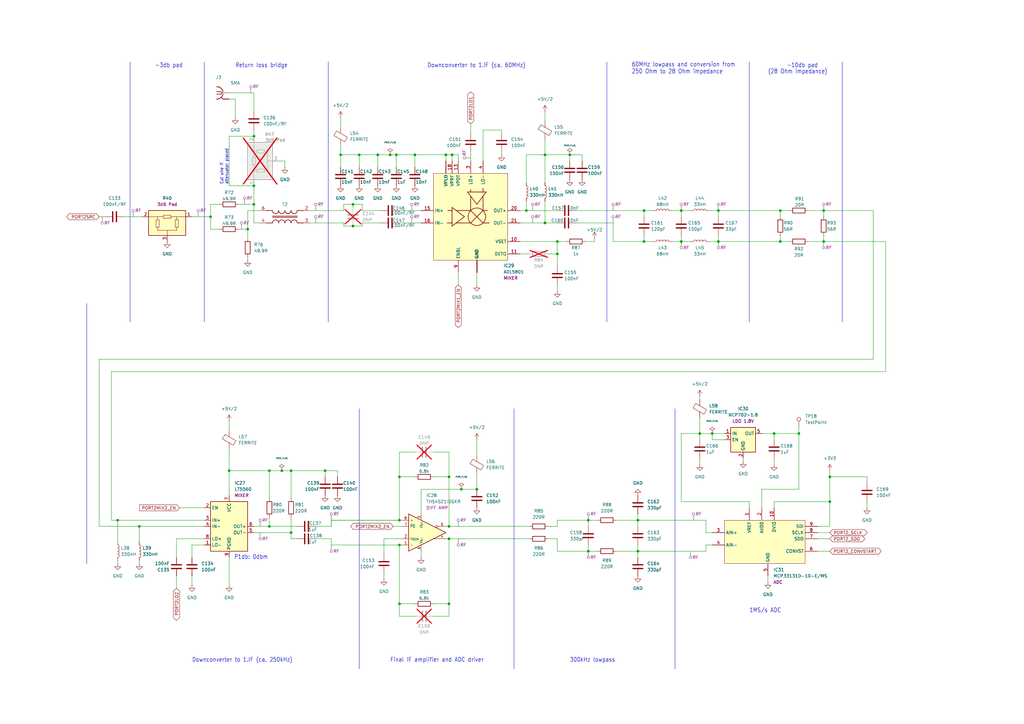
<source format=kicad_sch>
(kicad_sch (version 20231120) (generator "eeschema") (generator_version "8.0")
  (paper "A3")
  (title_block (title "Port 2") (company "LibreVNA"))
  (lib_symbols
    (symbol "Amplifier_Difference:THS4521IDGK"
      (property "Reference" "U" (at 0 6.35 0))
      (property "Value" "THS4521IDGK" (at 10.16 -6.35 0))
      (symbol "THS4521IDGK_1_1"
        (pin input line (at -10.16 -5.08 0) (length 2.54) (name "-") (number "1"))
        (pin input line (at -10.16 -2.54 0) (length 2.54) (name "V_{OCM}") (number "2"))
        (pin power_in line (at -2.54 7.62 270) (length 2.54) (name "V_{S+}") (number "3"))
        (pin output line (at 7.62 -2.54 180) (length 3.175) (name "") (number "4"))
        (pin output line (at 7.62 2.54 180) (length 3.175) (name "") (number "5"))
        (pin power_in line (at -2.54 -7.62 90) (length 2.54) (name "V_{S-}") (number "6"))
        (pin input line (at -10.16 2.54 0) (length 2.54) (name "~{PD}") (number "7"))
        (pin input line (at -10.16 5.08 0) (length 2.54) (name "+") (number "8"))
      )
    )
    (symbol "Connector:TestPoint" (pin_numbers hide) (pin_names (offset 0.762) hide)
      (property "Reference" "TP" (at 0 6.858 0))
      (property "Value" "TestPoint" (at 0 5.08 0))
      (symbol "TestPoint_1_1"
        (pin passive line (at 0 0 90) (length 2.54) (name "1") (number "1"))
      )
    )
    (symbol "Device:C" (pin_numbers hide) (pin_names (offset 0.254))
      (property "Reference" "C" (at 0.635 2.54 0))
      (property "Value" "C" (at 0.635 -2.54 0))
      (symbol "C_1_1"
        (pin passive line (at 0 3.81 270) (length 2.794) (name "~") (number "1"))
        (pin passive line (at 0 -3.81 90) (length 2.794) (name "~") (number "2"))
      )
    )
    (symbol "Device:FerriteBead" (pin_numbers hide) (pin_names (offset 0))
      (property "Reference" "FB" (at -3.81 0.635 90))
      (property "Value" "FerriteBead" (at 3.81 0 90))
      (symbol "FerriteBead_1_1"
        (pin passive line (at 0 3.81 270) (length 2.54) (name "~") (number "1"))
        (pin passive line (at 0 -3.81 90) (length 2.54) (name "~") (number "2"))
      )
    )
    (symbol "Device:L" (pin_numbers hide) (pin_names (offset 1.016) hide)
      (property "Reference" "L" (at -1.27 0 90))
      (property "Value" "L" (at 1.905 0 90))
      (symbol "L_1_1"
        (pin passive line (at 0 3.81 270) (length 1.27) (name "1") (number "1"))
        (pin passive line (at 0 -3.81 90) (length 1.27) (name "2") (number "2"))
      )
    )
    (symbol "Device:R" (pin_numbers hide) (pin_names (offset 0))
      (property "Reference" "R" (at 2.032 0 90))
      (property "Value" "R" (at 0 0 90))
      (symbol "R_1_1"
        (pin passive line (at 0 3.81 270) (length 1.27) (name "~") (number "1"))
        (pin passive line (at 0 -3.81 90) (length 1.27) (name "~") (number "2"))
      )
    )
    (symbol "RF:PAT1220-C-3DB"
      (property "Reference" "U" (at -6.35 6.35 0))
      (property "Value" "PAT1220-C-3DB" (at 5.08 6.35 0))
      (symbol "PAT1220-C-3DB_0_1"
        (pin passive line (at 0 -7.62 90) (length 2.54) (name "~") (number "3"))
      )
      (symbol "PAT1220-C-3DB_1_1"
        (pin passive line (at -10.16 2.54 0) (length 2.54) (name "~") (number "1"))
        (pin passive line (at 10.16 2.54 180) (length 2.54) (name "~") (number "2"))
      )
    )
    (symbol "RF_Mixer:LT5560"
      (property "Reference" "U" (at -3.81 13.97 0))
      (property "Value" "LT5560" (at -6.35 11.43 0))
      (symbol "LT5560_1_1"
        (pin input line (at -10.16 -7.62 0) (length 2.54) (name "LO-") (number "1"))
        (pin input line (at -10.16 7.62 0) (length 2.54) (name "EN") (number "2"))
        (pin input line (at -10.16 2.54 0) (length 2.54) (name "IN+") (number "3"))
        (pin input line (at -10.16 0 0) (length 2.54) (name "IN-") (number "4"))
        (pin output line (at 10.16 -2.54 180) (length 2.54) (name "OUT-") (number "5"))
        (pin output line (at 10.16 0 180) (length 2.54) (name "OUT+") (number "6"))
        (pin power_in line (at 0 12.7 270) (length 2.54) (name "VCC") (number "7"))
        (pin input line (at -10.16 -5.08 0) (length 2.54) (name "LO+") (number "8"))
        (pin power_in line (at 0 -12.7 90) (length 2.54) (name "PGND") (number "9"))
      )
    )
    (symbol "Regulator_Linear:NCP718xSN120"
      (property "Reference" "U" (at -3.81 6.35 0))
      (property "Value" "NCP718xSN120" (at 6.35 6.35 0))
      (symbol "NCP718xSN120_0_1"
        (pin power_in line (at -7.62 2.54 0) (length 2.54) (name "IN") (number "1"))
        (pin power_in line (at 0 -7.62 90) (length 2.54) (name "GND") (number "2"))
        (pin input line (at -7.62 0 0) (length 2.54) (name "EN") (number "3"))
        (pin no_connect line (at 5.08 0 180) (length 2.54) hide (name "NC") (number "4"))
        (pin power_out line (at 7.62 2.54 180) (length 2.54) (name "OUT") (number "5"))
      )
    )
    (symbol "VNA:ADL5801"
      (property "Reference" "IC" (at 5.334 20.32 0))
      (property "Value" "ADL5801" (at 5.08 18.288 0))
      (symbol "ADL5801_1_0"
        (pin power_in line (at 0 -22.86 90) (length 5.08) (name "GND") (number "1"))
        (pin bidirectional line (at 17.78 -10.16 180) (length 5.08) (name "VSET") (number "10"))
        (pin bidirectional line (at 17.78 -15.24 180) (length 5.08) (name "DETO") (number "11"))
        (pin passive line (at 0 -22.86 90) (length 5.08) (name "GND") (number "12"))
        (pin power_in line (at -7.62 22.86 270) (length 5.08) (name "VPDT") (number "13"))
        (pin passive line (at 0 -22.86 90) (length 5.08) (name "GND") (number "14"))
        (pin bidirectional line (at -22.86 2.54 0) (length 5.08) (name "IN+") (number "15"))
        (pin bidirectional line (at -22.86 -2.54 0) (length 5.08) (name "IN-") (number "16"))
        (pin passive line (at 0 -22.86 90) (length 5.08) (name "GND") (number "17"))
        (pin power_in line (at -10.16 22.86 270) (length 5.08) (name "VPRF") (number "18"))
        (pin passive line (at 0 -22.86 90) (length 5.08) (name "GND") (number "19"))
        (pin passive line (at 0 -22.86 90) (length 5.08) (name "GND") (number "2"))
        (pin bidirectional line (at 17.78 2.54 180) (length 5.08) (name "OUT+") (number "20"))
        (pin bidirectional line (at 17.78 -2.54 180) (length 5.08) (name "OUT-") (number "21"))
        (pin passive line (at 0 -22.86 90) (length 5.08) (name "GND") (number "23"))
        (pin passive line (at -12.7 22.86 270) (length 5.08) (name "VPLO") (number "24"))
        (pin passive line (at 0 -22.86 90) (length 5.08) (name "GND") (number "25"))
        (pin bidirectional line (at -2.54 22.86 270) (length 5.08) (name "LO+") (number "3"))
        (pin bidirectional line (at 2.54 22.86 270) (length 5.08) (name "LO-") (number "4"))
        (pin passive line (at 0 -22.86 90) (length 5.08) (name "GND") (number "5"))
        (pin passive line (at 0 -22.86 90) (length 5.08) (name "GND") (number "6"))
        (pin power_in line (at -12.7 22.86 270) (length 5.08) (name "VPLO") (number "7"))
        (pin passive line (at 0 -22.86 90) (length 5.08) (name "GND") (number "8"))
        (pin bidirectional line (at -7.62 -22.86 90) (length 5.08) (name "ENBL") (number "9"))
      )
    )
    (symbol "VNA:B012-617DB-1-63-B331"
      (property "Reference" "T" (at -6.096 3.556 0))
      (symbol "B012-617DB-1-63-B331_1_0"
        (pin passive line (at -10.16 -2.54 0) (length 2.54) (name "IN-") (number "2"))
        (pin passive line (at -10.16 2.54 0) (length 2.54) (name "IN+") (number "3"))
        (pin passive line (at 10.16 2.54 180) (length 2.54) (name "OUT+") (number "4"))
        (pin passive line (at 10.16 -2.54 180) (length 2.54) (name "OUT-") (number "6"))
      )
    )
    (symbol "VNA:BU-1420701851"
      (property "Reference" "J" (at -2.54 3.302 0))
      (symbol "BU-1420701851_1_0"
        (pin passive line (at 2.54 0 180) (length 2.54) (name "1") (number "1"))
        (pin passive line (at 2.54 -2.54 180) (length 2.54) (name "2") (number "G@1"))
        (pin passive line (at 2.54 -2.54 180) (length 2.54) (name "2") (number "G@2"))
        (pin passive line (at 2.54 -2.54 180) (length 2.54) (name "2") (number "G@3"))
        (pin passive line (at 2.54 -2.54 180) (length 2.54) (name "2") (number "G@4"))
      )
    )
    (symbol "VNA:C-EU?{colon}2C0402"
      (property "Reference" "C" (at 1.524 0.381 0))
      (symbol "C-EU?{colon}2C0402_1_0"
        (pin passive line (at 0 2.54 270) (length 2.54) (name "1") (number "1"))
        (pin passive line (at 0 -5.08 90) (length 2.54) (name "2") (number "2"))
      )
    )
    (symbol "VNA:FERRITE"
      (property "Reference" "L" (at -1.4986 -3.81 90))
      (symbol "FERRITE_1_0"
        (pin passive line (at 0 5.08 270) (length 2.54) (name "1") (number "1"))
        (pin passive line (at 0 -5.08 90) (length 2.54) (name "2") (number "2"))
      )
    )
    (symbol "VNA:INDUCTOR0402"
      (property "Reference" "L" (at -1.4986 -3.81 90))
      (symbol "INDUCTOR0402_1_0"
        (pin passive line (at 0 5.08 270) (length 2.54) (name "1") (number "1"))
        (pin passive line (at 0 -5.08 90) (length 2.54) (name "2") (number "2"))
      )
    )
    (symbol "VNA:MCP33131D-10-E/MS"
      (property "Reference" "IC" (at -17.018 8.636 0))
      (property "Value" "MCP33131D-10-E/MS" (at 16.002 8.636 0))
      (symbol "MCP33131D-10-E/MS_1_0"
        (pin power_in line (at -7.62 12.7 270) (length 5.08) (name "VREF") (number "1"))
        (pin power_in line (at 2.54 12.7 270) (length 5.08) (name "DVIO") (number "10"))
        (pin power_in line (at -2.54 12.7 270) (length 5.08) (name "AVDD") (number "2"))
        (pin bidirectional line (at -22.86 2.54 0) (length 5.08) (name "AIN+") (number "3"))
        (pin bidirectional line (at -22.86 -2.54 0) (length 5.08) (name "AIN-") (number "4"))
        (pin power_in line (at 0 -15.24 90) (length 5.08) (name "GND") (number "5"))
        (pin bidirectional line (at 20.32 -5.08 180) (length 5.08) (name "CONVST") (number "6"))
        (pin bidirectional line (at 20.32 0 180) (length 5.08) (name "SDO") (number "7"))
        (pin bidirectional line (at 20.32 2.54 180) (length 5.08) (name "SCLK") (number "8"))
        (pin input line (at 20.32 5.08 180) (length 5.08) (name "SDI") (number "9"))
      )
    )
    (symbol "VNA:R-EU_R0402"
      (property "Reference" "R" (at -3.81 1.4986 0))
      (symbol "R-EU_R0402_1_0"
        (pin passive line (at -5.08 0 0) (length 2.54) (name "1") (number "1"))
        (pin passive line (at 5.08 0 180) (length 2.54) (name "2") (number "2"))
      )
    )
    (symbol "power:GND" (power) (pin_numbers hide) (pin_names (offset 0) hide)
      (property "Value" "GND" (at 0 -3.81 0))
      (symbol "GND_1_1"
        (pin power_in line (at 0 0 270) (length 0) (name "~") (number "1"))
      )
    )
    (symbol "power:PWR_FLAG" (power) (pin_numbers hide) (pin_names (offset 0) hide)
      (property "Value" "PWR_FLAG" (at 0 3.81 0))
      (symbol "PWR_FLAG_0_0"
        (pin power_out line (at 0 0 90) (length 0) (name "~") (number "1"))
      )
    )
    (symbol "power:VCC" (power) (pin_numbers hide) (pin_names (offset 0) hide)
      (property "Value" "VCC" (at 0 3.556 0))
      (symbol "VCC_1_1"
        (pin power_in line (at 0 0 90) (length 0) (name "~") (number "1"))
      )
    )
  )
  (junction (at 139.7 63.5))
  (junction (at 110.49 193.04))
  (junction (at 241.3 226.06))
  (junction (at 104.14 55.88))
  (junction (at 144.78 83.82))
  (junction (at 261.62 226.06))
  (junction (at 195.58 200.66))
  (junction (at 163.83 247.65))
  (junction (at 184.15 220.98))
  (junction (at 115.57 193.04))
  (junction (at 264.16 86.36))
  (junction (at 337.82 86.36))
  (junction (at 320.04 99.06))
  (junction (at 228.6 99.06))
  (junction (at 119.38 193.04))
  (junction (at 327.66 177.8))
  (junction (at 223.52 63.5))
  (junction (at 320.04 86.36))
  (junction (at 184.15 247.65))
  (junction (at 340.36 205.74))
  (junction (at 182.88 63.5))
  (junction (at 133.35 193.04))
  (junction (at 93.98 193.04))
  (junction (at 287.02 177.8))
  (junction (at 101.6 93.98))
  (junction (at 228.6 104.14))
  (junction (at 337.82 99.06))
  (junction (at 170.18 63.5))
  (junction (at 279.4 99.06))
  (junction (at 185.42 63.5))
  (junction (at 189.23 200.66))
  (junction (at 147.32 63.5))
  (junction (at 163.83 195.58))
  (junction (at 241.3 213.36))
  (junction (at 292.1 177.8))
  (junction (at 162.56 63.5))
  (junction (at 340.36 195.58))
  (junction (at 163.83 213.36))
  (junction (at 119.38 218.44))
  (junction (at 184.15 215.9))
  (junction (at 317.5 177.8))
  (junction (at 86.36 88.9))
  (junction (at 110.49 215.9))
  (junction (at 261.62 213.36))
  (junction (at 184.15 195.58))
  (junction (at 154.94 63.5))
  (junction (at 104.14 76.2))
  (junction (at 163.83 223.52))
  (junction (at 104.14 83.82))
  (junction (at 264.16 99.06))
  (junction (at 160.02 63.5))
  (junction (at 223.52 91.44))
  (junction (at 57.15 215.9))
  (junction (at 144.78 92.71))
  (junction (at 48.26 213.36))
  (junction (at 294.64 99.06))
  (junction (at 233.68 63.5))
  (junction (at 215.9 86.36))
  (junction (at 279.4 86.36))
  (junction (at 294.64 86.36))
  (wire (pts (xy 177.8 195.58) (xy 184.15 195.58)) (stroke (width 0.1524)))
  (wire (pts (xy 177.8 247.65) (xy 184.15 247.65)) (stroke (width 0.1524)))
  (wire (pts (xy 228.6 213.36) (xy 241.3 213.36)) (stroke (width 0.1524)))
  (wire (pts (xy 228.6 226.06) (xy 241.3 226.06)) (stroke (width 0.1524)))
  (wire (pts (xy 133.35 195.58) (xy 133.35 193.04)) (stroke (width 0.1524)))
  (wire (pts (xy 294.64 99.06) (xy 320.04 99.06)) (stroke (width 0.1524)))
  (wire (pts (xy 93.98 193.04) (xy 110.49 193.04)) (stroke (width 0.1524)))
  (wire (pts (xy 110.49 215.9) (xy 110.49 212.09)) (stroke (width 0.1524)))
  (wire (pts (xy 187.96 63.5) (xy 187.96 66.04)) (stroke (width 0.1524)))
  (wire (pts (xy 292.1 177.8) (xy 287.02 177.8)) (stroke (width 0.1524)))
  (wire (pts (xy 307.34 208.28) (xy 307.34 205.74)) (stroke (width 0.1524)))
  (wire (pts (xy 327.66 175.26) (xy 327.66 177.8)) (stroke (width 0.1524)))
  (wire (pts (xy 165.1 220.98) (xy 157.48 220.98)))
  (wire (pts (xy 363.22 99.06) (xy 363.22 152.4)) (stroke (width 0.1524)))
  (wire (pts (xy 335.28 220.98) (xy 340.36 220.98)) (stroke (width 0.1524)))
  (wire (pts (xy 236.22 86.36) (xy 264.16 86.36)) (stroke (width 0.1524)))
  (wire (pts (xy 162.56 63.5) (xy 160.02 63.5)) (stroke (width 0.1524)))
  (wire (pts (xy 172.72 208.28) (xy 172.72 210.82)))
  (wire (pts (xy 317.5 205.74) (xy 340.36 205.74)) (stroke (width 0.1524)))
  (wire (pts (xy 355.6 195.58) (xy 355.6 198.12)) (stroke (width 0.1524)))
  (wire (pts (xy 170.18 195.58) (xy 163.83 195.58)) (stroke (width 0.1524)))
  (wire (pts (xy 312.42 200.66) (xy 312.42 208.28)) (stroke (width 0.1524)))
  (wire (pts (xy 170.18 68.58) (xy 170.18 63.5)) (stroke (width 0.1524)))
  (wire (pts (xy 340.36 205.74) (xy 340.36 195.58)) (stroke (width 0.1524)))
  (wire (pts (xy 252.73 213.36) (xy 261.62 213.36)) (stroke (width 0.1524)))
  (wire (pts (xy 195.58 111.76) (xy 195.58 116.84)) (stroke (width 0.1524)))
  (wire (pts (xy 45.72 213.36) (xy 45.72 152.4)) (stroke (width 0.1524)))
  (wire (pts (xy 135.89 213.36) (xy 135.89 215.9)))
  (wire (pts (xy 144.78 85.09) (xy 144.78 83.82)))
  (wire (pts (xy 275.59 86.36) (xy 279.4 86.36)) (stroke (width 0.1524)))
  (wire (pts (xy 86.36 83.82) (xy 90.17 83.82)) (stroke (width 0.1524)))
  (wire (pts (xy 224.79 215.9) (xy 228.6 215.9)) (stroke (width 0.1524)))
  (wire (pts (xy 97.79 93.98) (xy 101.6 93.98)) (stroke (width 0.1524)))
  (wire (pts (xy 135.89 213.36) (xy 163.83 213.36)))
  (wire (pts (xy 48.26 213.36) (xy 48.26 222.25)) (stroke (width 0.1524)))
  (wire (pts (xy 184.15 220.98) (xy 184.15 247.65)) (stroke (width 0.1524)))
  (wire (pts (xy 110.49 193.04) (xy 115.57 193.04)) (stroke (width 0.1524)))
  (wire (pts (xy 314.96 238.76) (xy 314.96 236.22)))
  (wire (pts (xy 327.66 177.8) (xy 317.5 177.8)) (stroke (width 0.1524)))
  (wire (pts (xy 294.64 86.36) (xy 320.04 86.36)) (stroke (width 0.1524)))
  (wire (pts (xy 148.59 83.82) (xy 148.59 86.36)) (stroke (width 0.1524)))
  (wire (pts (xy 184.15 195.58) (xy 184.15 215.9)) (stroke (width 0.1524)))
  (wire (pts (xy 193.04 62.23) (xy 193.04 66.04)) (stroke (width 0.1524)))
  (wire (pts (xy 93.98 228.6) (xy 93.98 240.03)))
  (wire (pts (xy 317.5 187.96) (xy 317.5 190.5)) (stroke (width 0.1524)))
  (wire (pts (xy 114.3 66.04) (xy 116.84 66.04)) (stroke (width 0.1524)))
  (wire (pts (xy 340.36 195.58) (xy 355.6 195.58)) (stroke (width 0.1524)))
  (wire (pts (xy 48.26 213.36) (xy 45.72 213.36)) (stroke (width 0.1524)))
  (wire (pts (xy 86.36 88.9) (xy 86.36 93.98)) (stroke (width 0.1524)))
  (wire (pts (xy 279.4 205.74) (xy 279.4 177.8)) (stroke (width 0.1524)))
  (polyline (pts (xy 276.86 167.64) (xy 276.86 274.32)) (stroke (width 0.1524) (type solid)))
  (wire (pts (xy 184.15 220.98) (xy 217.17 220.98)) (stroke (width 0.1524)))
  (wire (pts (xy 140.97 92.71) (xy 140.97 91.44)) (stroke (width 0.1524)))
  (wire (pts (xy 139.7 68.58) (xy 139.7 63.5)) (stroke (width 0.1524)))
  (wire (pts (xy 337.82 86.36) (xy 358.14 86.36)) (stroke (width 0.1524)))
  (wire (pts (xy 182.88 63.5) (xy 185.42 63.5)) (stroke (width 0.1524)))
  (wire (pts (xy 279.4 86.36) (xy 283.21 86.36)) (stroke (width 0.1524)))
  (wire (pts (xy 172.72 86.36) (xy 163.83 86.36)) (stroke (width 0.1524)))
  (wire (pts (xy 320.04 86.36) (xy 323.85 86.36)) (stroke (width 0.1524)))
  (wire (pts (xy 93.98 55.88) (xy 93.98 76.2)) (stroke (width 0.1524)))
  (wire (pts (xy 163.83 223.52) (xy 165.1 223.52)) (stroke (width 0.1524)))
  (wire (pts (xy 93.98 176.53) (xy 93.98 172.72)) (stroke (width 0.1524)))
  (wire (pts (xy 184.15 215.9) (xy 217.17 215.9)) (stroke (width 0.1524)))
  (wire (pts (xy 140.97 92.71) (xy 144.78 92.71)) (stroke (width 0.1524)))
  (wire (pts (xy 292.1 180.34) (xy 297.18 180.34)) (stroke (width 0.1524)))
  (wire (pts (xy 292.1 177.8) (xy 297.18 177.8)) (stroke (width 0.1524)))
  (wire (pts (xy 223.52 82.55) (xy 223.52 91.44)) (stroke (width 0.1524)))
  (wire (pts (xy 184.15 215.9) (xy 182.88 215.9)) (stroke (width 0.1524)))
  (wire (pts (xy 78.74 240.03) (xy 78.74 236.22)) (stroke (width 0.1524)))
  (wire (pts (xy 261.62 213.36) (xy 261.62 210.82)) (stroke (width 0.1524)))
  (wire (pts (xy 251.46 99.06) (xy 264.16 99.06)) (stroke (width 0.1524)))
  (wire (pts (xy 331.47 99.06) (xy 337.82 99.06)) (stroke (width 0.1524)))
  (wire (pts (xy 161.29 215.9) (xy 165.1 215.9)))
  (polyline (pts (xy 35.56 124.46) (xy 35.56 231.14)) (stroke (width 0.1524) (type solid)))
  (wire (pts (xy 289.56 213.36) (xy 289.56 218.44)) (stroke (width 0.1524)))
  (wire (pts (xy 241.3 215.9) (xy 241.3 213.36)) (stroke (width 0.1524)))
  (wire (pts (xy 177.8 185.42) (xy 184.15 185.42)) (stroke (width 0.1524)))
  (polyline (pts (xy 83.82 25.4) (xy 83.82 132.08)) (stroke (width 0.1524) (type solid)))
  (wire (pts (xy 185.42 63.5) (xy 187.96 63.5)) (stroke (width 0.1524)))
  (wire (pts (xy 317.5 177.8) (xy 317.5 180.34)) (stroke (width 0.1524)))
  (wire (pts (xy 187.96 111.76) (xy 187.96 116.84)) (stroke (width 0.1524)))
  (wire (pts (xy 135.89 213.36) (xy 163.83 213.36)) (stroke (width 0.1524)))
  (wire (pts (xy 327.66 200.66) (xy 327.66 177.8)) (stroke (width 0.1524)))
  (wire (pts (xy 110.49 215.9) (xy 121.92 215.9)) (stroke (width 0.1524)))
  (wire (pts (xy 312.42 200.66) (xy 327.66 200.66)) (stroke (width 0.1524)))
  (wire (pts (xy 129.54 215.9) (xy 135.89 215.9)) (stroke (width 0.1524)))
  (wire (pts (xy 241.3 223.52) (xy 241.3 226.06)) (stroke (width 0.1524)))
  (wire (pts (xy 170.18 185.42) (xy 163.83 185.42)) (stroke (width 0.1524)))
  (wire (pts (xy 228.6 104.14) (xy 228.6 99.06)) (stroke (width 0.1524)))
  (wire (pts (xy 93.98 55.88) (xy 104.14 55.88)) (stroke (width 0.1524)))
  (wire (pts (xy 264.16 96.52) (xy 264.16 99.06)) (stroke (width 0.1524)))
  (wire (pts (xy 72.39 236.22) (xy 72.39 241.3)) (stroke (width 0.1524)))
  (wire (pts (xy 312.42 177.8) (xy 317.5 177.8)) (stroke (width 0.1524)))
  (wire (pts (xy 93.98 38.1) (xy 104.14 38.1)) (stroke (width 0.1524)))
  (wire (pts (xy 320.04 88.9) (xy 320.04 86.36)))
  (wire (pts (xy 93.98 193.04) (xy 93.98 203.2)) (stroke (width 0.1524)))
  (wire (pts (xy 119.38 220.98) (xy 121.92 220.98)) (stroke (width 0.1524)))
  (wire (pts (xy 40.64 215.9) (xy 57.15 215.9)))
  (wire (pts (xy 101.6 86.36) (xy 101.6 93.98)) (stroke (width 0.1524)))
  (wire (pts (xy 215.9 86.36) (xy 215.9 82.55)) (stroke (width 0.1524)))
  (wire (pts (xy 163.83 252.73) (xy 163.83 247.65)) (stroke (width 0.1524)))
  (wire (pts (xy 101.6 105.41) (xy 101.6 106.68)))
  (wire (pts (xy 72.39 220.98) (xy 72.39 228.6)) (stroke (width 0.1524)))
  (wire (pts (xy 172.72 91.44) (xy 163.83 91.44)) (stroke (width 0.1524)))
  (wire (pts (xy 160.02 63.5) (xy 154.94 63.5)) (stroke (width 0.1524)))
  (wire (pts (xy 148.59 92.71) (xy 148.59 91.44)) (stroke (width 0.1524)))
  (wire (pts (xy 290.83 86.36) (xy 294.64 86.36)) (stroke (width 0.1524)))
  (wire (pts (xy 57.15 229.87) (xy 57.15 231.14)))
  (wire (pts (xy 279.4 96.52) (xy 279.4 99.06)) (stroke (width 0.1524)))
  (wire (pts (xy 140.97 91.44) (xy 127 91.44)) (stroke (width 0.1524)))
  (wire (pts (xy 287.02 162.56) (xy 287.02 163.83)) (stroke (width 0.1524)))
  (wire (pts (xy 104.14 76.2) (xy 104.14 83.82)) (stroke (width 0.1524)))
  (polyline (pts (xy 307.34 25.4) (xy 307.34 132.08)) (stroke (width 0.1524) (type solid)))
  (wire (pts (xy 217.17 104.14) (xy 213.36 104.14)) (stroke (width 0.1524)))
  (wire (pts (xy 358.14 86.36) (xy 358.14 99.06)) (stroke (width 0.1524)))
  (wire (pts (xy 104.14 53.34) (xy 104.14 55.88)) (stroke (width 0.1524)))
  (wire (pts (xy 101.6 93.98) (xy 101.6 97.79)) (stroke (width 0.1524)))
  (wire (pts (xy 279.4 99.06) (xy 283.21 99.06)) (stroke (width 0.1524)))
  (wire (pts (xy 184.15 220.98) (xy 182.88 220.98)) (stroke (width 0.1524)))
  (wire (pts (xy 236.22 91.44) (xy 251.46 91.44)) (stroke (width 0.1524)))
  (wire (pts (xy 78.74 223.52) (xy 78.74 228.6)) (stroke (width 0.1524)))
  (wire (pts (xy 304.8 189.23) (xy 304.8 187.96)))
  (wire (pts (xy 163.83 195.58) (xy 163.83 213.36)) (stroke (width 0.1524)))
  (wire (pts (xy 73.66 208.28) (xy 83.82 208.28)) (stroke (width 0.1524)))
  (wire (pts (xy 358.14 147.32) (xy 40.64 147.32)) (stroke (width 0.1524)))
  (wire (pts (xy 135.89 213.36) (xy 135.89 215.9)) (stroke (width 0.1524)))
  (wire (pts (xy 104.14 215.9) (xy 106.68 215.9)))
  (wire (pts (xy 139.7 59.69) (xy 139.7 63.5)) (stroke (width 0.1524)))
  (wire (pts (xy 251.46 91.44) (xy 251.46 99.06)) (stroke (width 0.1524)))
  (wire (pts (xy 264.16 99.06) (xy 267.97 99.06)) (stroke (width 0.1524)))
  (wire (pts (xy 147.32 68.58) (xy 147.32 63.5)) (stroke (width 0.1524)))
  (wire (pts (xy 135.89 220.98) (xy 135.89 223.52)) (stroke (width 0.1524)))
  (wire (pts (xy 119.38 193.04) (xy 133.35 193.04)) (stroke (width 0.1524)))
  (wire (pts (xy 93.98 76.2) (xy 104.14 76.2)) (stroke (width 0.1524)))
  (wire (pts (xy 238.76 66.04) (xy 238.76 63.5)) (stroke (width 0.1524)))
  (wire (pts (xy 241.3 226.06) (xy 245.11 226.06)) (stroke (width 0.1524)))
  (wire (pts (xy 287.02 171.45) (xy 287.02 177.8)) (stroke (width 0.1524)))
  (wire (pts (xy 228.6 220.98) (xy 228.6 226.06)) (stroke (width 0.1524)))
  (polyline (pts (xy 134.62 25.4) (xy 134.62 132.08)) (stroke (width 0.1524) (type solid)))
  (wire (pts (xy 233.68 63.5) (xy 238.76 63.5)) (stroke (width 0.1524)))
  (wire (pts (xy 116.84 66.04) (xy 116.84 68.58)) (stroke (width 0.1524)))
  (wire (pts (xy 127 86.36) (xy 140.97 86.36)) (stroke (width 0.1524)))
  (wire (pts (xy 335.28 226.06) (xy 340.36 226.06)) (stroke (width 0.1524)))
  (wire (pts (xy 233.68 63.5) (xy 233.68 66.04)) (stroke (width 0.1524)))
  (wire (pts (xy 40.64 147.32) (xy 40.64 215.9)) (stroke (width 0.1524)))
  (wire (pts (xy 198.12 53.34) (xy 205.74 53.34)) (stroke (width 0.1524)))
  (wire (pts (xy 189.23 200.66) (xy 195.58 200.66)) (stroke (width 0.1524)))
  (wire (pts (xy 135.89 223.52) (xy 163.83 223.52)) (stroke (width 0.1524)))
  (wire (pts (xy 223.52 57.15) (xy 223.52 63.5)) (stroke (width 0.1524)))
  (wire (pts (xy 144.78 92.71) (xy 148.59 92.71)) (stroke (width 0.1524)))
  (wire (pts (xy 233.68 63.5) (xy 236.22 63.5)))
  (wire (pts (xy 243.84 99.06) (xy 240.03 99.06)) (stroke (width 0.1524)))
  (wire (pts (xy 72.39 220.98) (xy 83.82 220.98)))
  (wire (pts (xy 213.36 86.36) (xy 215.9 86.36)) (stroke (width 0.1524)))
  (wire (pts (xy 165.1 213.36) (xy 163.83 213.36)))
  (wire (pts (xy 252.73 226.06) (xy 261.62 226.06)) (stroke (width 0.1524)))
  (wire (pts (xy 195.58 194.31) (xy 195.58 200.66)) (stroke (width 0.1524)))
  (wire (pts (xy 241.3 213.36) (xy 245.11 213.36)) (stroke (width 0.1524)))
  (wire (pts (xy 119.38 204.47) (xy 119.38 193.04)) (stroke (width 0.1524)))
  (wire (pts (xy 48.26 229.87) (xy 48.26 231.14)))
  (wire (pts (xy 170.18 252.73) (xy 163.83 252.73)) (stroke (width 0.1524)))
  (wire (pts (xy 86.36 88.9) (xy 86.36 83.82)) (stroke (width 0.1524)))
  (wire (pts (xy 86.36 93.98) (xy 90.17 93.98)) (stroke (width 0.1524)))
  (wire (pts (xy 243.84 97.79) (xy 243.84 99.06)) (stroke (width 0.1524)))
  (wire (pts (xy 198.12 66.04) (xy 198.12 53.34)) (stroke (width 0.1524)))
  (wire (pts (xy 289.56 226.06) (xy 289.56 223.52)) (stroke (width 0.1524)))
  (wire (pts (xy 172.72 200.66) (xy 189.23 200.66)) (stroke (width 0.1524)))
  (wire (pts (xy 104.14 91.44) (xy 104.14 83.82)) (stroke (width 0.1524)))
  (wire (pts (xy 223.52 63.5) (xy 215.9 63.5)) (stroke (width 0.1524)))
  (wire (pts (xy 355.6 205.74) (xy 355.6 208.28)) (stroke (width 0.1524)))
  (wire (pts (xy 144.78 83.82) (xy 148.59 83.82)) (stroke (width 0.1524)))
  (wire (pts (xy 294.64 86.36) (xy 294.64 88.9)) (stroke (width 0.1524)))
  (wire (pts (xy 40.64 88.9) (xy 43.18 88.9)) (stroke (width 0.1524)))
  (wire (pts (xy 337.82 96.52) (xy 337.82 99.06)) (stroke (width 0.1524)))
  (wire (pts (xy 224.79 104.14) (xy 228.6 104.14)) (stroke (width 0.1524)))
  (wire (pts (xy 129.54 220.98) (xy 135.89 220.98)) (stroke (width 0.1524)))
  (wire (pts (xy 287.02 187.96) (xy 287.02 190.5)) (stroke (width 0.1524)))
  (wire (pts (xy 294.64 99.06) (xy 294.64 96.52)) (stroke (width 0.1524)))
  (wire (pts (xy 184.15 185.42) (xy 184.15 195.58)) (stroke (width 0.1524)))
  (wire (pts (xy 335.28 218.44) (xy 340.36 218.44)) (stroke (width 0.1524)))
  (wire (pts (xy 163.83 223.52) (xy 163.83 247.65)) (stroke (width 0.1524)))
  (wire (pts (xy 340.36 193.04) (xy 340.36 195.58)) (stroke (width 0.1524)))
  (wire (pts (xy 215.9 86.36) (xy 228.6 86.36)) (stroke (width 0.1524)))
  (wire (pts (xy 48.26 213.36) (xy 83.82 213.36)) (stroke (width 0.1524)))
  (wire (pts (xy 115.57 193.04) (xy 119.38 193.04)) (stroke (width 0.1524)))
  (wire (pts (xy 148.59 86.36) (xy 156.21 86.36)) (stroke (width 0.1524)))
  (polyline (pts (xy 53.34 25.4) (xy 53.34 132.08)) (stroke (width 0.1524) (type solid)))
  (wire (pts (xy 290.83 99.06) (xy 294.64 99.06)) (stroke (width 0.1524)))
  (wire (pts (xy 213.36 91.44) (xy 223.52 91.44)) (stroke (width 0.1524)))
  (wire (pts (xy 279.4 86.36) (xy 279.4 88.9)) (stroke (width 0.1524)))
  (wire (pts (xy 320.04 99.06) (xy 323.85 99.06)) (stroke (width 0.1524)))
  (wire (pts (xy 185.42 63.5) (xy 185.42 66.04)) (stroke (width 0.1524)))
  (wire (pts (xy 57.15 215.9) (xy 83.82 215.9)))
  (wire (pts (xy 320.04 96.52) (xy 320.04 99.06)) (stroke (width 0.1524)))
  (wire (pts (xy 261.62 213.36) (xy 289.56 213.36)) (stroke (width 0.1524)))
  (wire (pts (xy 119.38 218.44) (xy 119.38 212.09)) (stroke (width 0.1524)))
  (wire (pts (xy 261.62 226.06) (xy 289.56 226.06)) (stroke (width 0.1524)))
  (wire (pts (xy 193.04 50.8) (xy 193.04 54.61)) (stroke (width 0.1524)))
  (wire (pts (xy 261.62 213.36) (xy 261.62 215.9)) (stroke (width 0.1524)))
  (wire (pts (xy 224.79 220.98) (xy 228.6 220.98)) (stroke (width 0.1524)))
  (wire (pts (xy 45.72 152.4) (xy 363.22 152.4)) (stroke (width 0.1524)))
  (wire (pts (xy 213.36 99.06) (xy 228.6 99.06)) (stroke (width 0.1524)))
  (wire (pts (xy 106.68 215.9) (xy 110.49 215.9)) (stroke (width 0.1524)))
  (wire (pts (xy 289.56 223.52) (xy 292.1 223.52)) (stroke (width 0.1524)))
  (wire (pts (xy 93.98 193.04) (xy 93.98 184.15)) (stroke (width 0.1524)))
  (wire (pts (xy 292.1 180.34) (xy 292.1 177.8)) (stroke (width 0.1524)))
  (wire (pts (xy 154.94 68.58) (xy 154.94 63.5)) (stroke (width 0.1524)))
  (wire (pts (xy 154.94 63.5) (xy 147.32 63.5)) (stroke (width 0.1524)))
  (polyline (pts (xy 147.32 167.64) (xy 147.32 274.32)) (stroke (width 0.1524) (type solid)))
  (wire (pts (xy 78.74 88.9) (xy 86.36 88.9)) (stroke (width 0.1524)))
  (wire (pts (xy 287.02 177.8) (xy 287.02 180.34)) (stroke (width 0.1524)))
  (wire (pts (xy 104.14 83.82) (xy 97.79 83.82)) (stroke (width 0.1524)))
  (wire (pts (xy 205.74 62.23) (xy 205.74 63.5)))
  (wire (pts (xy 264.16 86.36) (xy 267.97 86.36)) (stroke (width 0.1524)))
  (wire (pts (xy 182.88 63.5) (xy 170.18 63.5)) (stroke (width 0.1524)))
  (wire (pts (xy 50.8 88.9) (xy 58.42 88.9)) (stroke (width 0.1524)))
  (wire (pts (xy 279.4 177.8) (xy 287.02 177.8)) (stroke (width 0.1524)))
  (wire (pts (xy 104.14 218.44) (xy 119.38 218.44)) (stroke (width 0.1524)))
  (wire (pts (xy 157.48 220.98) (xy 157.48 227.33)))
  (wire (pts (xy 228.6 215.9) (xy 228.6 213.36)) (stroke (width 0.1524)))
  (wire (pts (xy 163.83 185.42) (xy 163.83 195.58)) (stroke (width 0.1524)))
  (wire (pts (xy 140.97 83.82) (xy 144.78 83.82)) (stroke (width 0.1524)))
  (wire (pts (xy 96.52 40.64) (xy 96.52 48.26)) (stroke (width 0.1524)))
  (wire (pts (xy 138.43 193.04) (xy 138.43 195.58)) (stroke (width 0.1524)))
  (wire (pts (xy 93.98 40.64) (xy 96.52 40.64)) (stroke (width 0.1524)))
  (wire (pts (xy 170.18 247.65) (xy 163.83 247.65)) (stroke (width 0.1524)))
  (wire (pts (xy 104.14 38.1) (xy 104.14 45.72)) (stroke (width 0.1524)))
  (wire (pts (xy 78.74 223.52) (xy 83.82 223.52)) (stroke (width 0.1524)))
  (wire (pts (xy 331.47 86.36) (xy 337.82 86.36)) (stroke (width 0.1524)))
  (wire (pts (xy 205.74 53.34) (xy 205.74 54.61)) (stroke (width 0.1524)))
  (wire (pts (xy 335.28 215.9) (xy 340.36 215.9)) (stroke (width 0.1524)))
  (wire (pts (xy 358.14 99.06) (xy 358.14 147.32)) (stroke (width 0.1524)))
  (wire (pts (xy 119.38 220.98) (xy 119.38 218.44)) (stroke (width 0.1524)))
  (wire (pts (xy 264.16 88.9) (xy 264.16 86.36)) (stroke (width 0.1524)))
  (wire (pts (xy 170.18 63.5) (xy 162.56 63.5)) (stroke (width 0.1524)))
  (wire (pts (xy 275.59 99.06) (xy 279.4 99.06)) (stroke (width 0.1524)))
  (wire (pts (xy 57.15 222.25) (xy 57.15 215.9)))
  (wire (pts (xy 223.52 63.5) (xy 233.68 63.5)) (stroke (width 0.1524)))
  (wire (pts (xy 148.59 91.44) (xy 156.21 91.44)) (stroke (width 0.1524)))
  (wire (pts (xy 215.9 63.5) (xy 215.9 74.93)) (stroke (width 0.1524)))
  (wire (pts (xy 307.34 205.74) (xy 279.4 205.74)) (stroke (width 0.1524)))
  (wire (pts (xy 337.82 88.9) (xy 337.82 86.36)))
  (wire (pts (xy 139.7 52.07) (xy 139.7 48.26)) (stroke (width 0.1524)))
  (wire (pts (xy 223.52 74.93) (xy 223.52 63.5)) (stroke (width 0.1524)))
  (wire (pts (xy 147.32 63.5) (xy 139.7 63.5)) (stroke (width 0.1524)))
  (wire (pts (xy 177.8 252.73) (xy 184.15 252.73)) (stroke (width 0.1524)))
  (wire (pts (xy 140.97 86.36) (xy 140.97 83.82)) (stroke (width 0.1524)))
  (wire (pts (xy 110.49 204.47) (xy 110.49 193.04)) (stroke (width 0.1524)))
  (wire (pts (xy 172.72 228.6) (xy 172.72 226.06)) (stroke (width 0.1524)))
  (wire (pts (xy 104.14 91.44) (xy 106.68 91.44)) (stroke (width 0.1524)))
  (polyline (pts (xy 210.82 167.64) (xy 210.82 274.32)) (stroke (width 0.1524) (type solid)))
  (wire (pts (xy 182.88 63.5) (xy 182.88 66.04)) (stroke (width 0.1524)))
  (wire (pts (xy 228.6 109.22) (xy 228.6 104.14)) (stroke (width 0.1524)))
  (wire (pts (xy 261.62 226.06) (xy 261.62 228.6)) (stroke (width 0.1524)))
  (wire (pts (xy 317.5 208.28) (xy 317.5 205.74)) (stroke (width 0.1524)))
  (wire (pts (xy 101.6 86.36) (xy 106.68 86.36)) (stroke (width 0.1524)))
  (wire (pts (xy 157.48 234.95) (xy 157.48 237.49)) (stroke (width 0.1524)))
  (wire (pts (xy 261.62 226.06) (xy 261.62 223.52)) (stroke (width 0.1524)))
  (wire (pts (xy 162.56 63.5) (xy 162.56 68.58)) (stroke (width 0.1524)))
  (wire (pts (xy 195.58 180.34) (xy 195.58 186.69)) (stroke (width 0.1524)))
  (wire (pts (xy 223.52 45.72) (xy 223.52 49.53)) (stroke (width 0.1524)))
  (wire (pts (xy 292.1 218.44) (xy 289.56 218.44)) (stroke (width 0.1524)))
  (wire (pts (xy 172.72 208.28) (xy 172.72 200.66)) (stroke (width 0.1524)))
  (wire (pts (xy 228.6 119.38) (xy 228.6 116.84)) (stroke (width 0.1524)))
  (polyline (pts (xy 345.44 25.4) (xy 345.44 132.08)) (stroke (width 0.1524) (type solid)))
  (wire (pts (xy 228.6 91.44) (xy 223.52 91.44)) (stroke (width 0.1524)))
  (polyline (pts (xy 248.92 25.4) (xy 248.92 132.08)) (stroke (width 0.1524) (type solid)))
  (wire (pts (xy 340.36 215.9) (xy 340.36 205.74)) (stroke (width 0.1524)))
  (wire (pts (xy 184.15 252.73) (xy 184.15 247.65)) (stroke (width 0.1524)))
  (wire (pts (xy 337.82 99.06) (xy 363.22 99.06)) (stroke (width 0.1524)))
  (wire (pts (xy 228.6 99.06) (xy 232.41 99.06)) (stroke (width 0.1524)))
  (wire (pts (xy 133.35 193.04) (xy 138.43 193.04)) (stroke (width 0.1524)))
  (text "1MS/s ADC" (at 307.34 251.46 0) (effects (font (size 1.778 1.5113)) (justify left bottom)))
  (text "-10db pad" (at 322.58 27.94 0) (effects (font (size 1.778 1.5113)) (justify left bottom)))
  (text "Downconverter to 1.IF (ca. 60MHz)" (at 175.26 27.94 0) (effects (font (size 1.778 1.5113)) (justify left bottom)))
  (text "Return loss bridge" (at 96.52 27.94 0) (effects (font (size 1.778 1.5113)) (justify left bottom)))
  (text "-3db pad" (at 63.5 27.94 0) (effects (font (size 1.778 1.5113)) (justify left bottom)))
  (text "60MHz lowpass and conversion from\n250 Ohm to 28 Ohm impedance" (at 259.08 30.48 0) (effects (font (size 1.778 1.5113)) (justify left bottom)))
  (text "300kHz lowpass" (at 233.68 271.78 0) (effects (font (size 1.778 1.5113)) (justify left bottom)))
  (text "Final IF amplifier and ADC driver" (at 160.02 271.78 0) (effects (font (size 1.778 1.5113)) (justify left bottom)))
  (text "P1db: 0dbm" (at 96.012 229.616 0) (effects (font (size 1.778 1.5113)) (justify left bottom)))
  (text "(28 Ohm impedance)" (at 314.96 30.48 0) (effects (font (size 1.778 1.5113)) (justify left bottom)))
  (text "Downconverter to 1.IF (ca. 250kHz)" (at 78.74 271.78 0) (effects (font (size 1.778 1.5113)) (justify left bottom)))
  (text "Cut wire if \nattenuator placed" (at 93.726 75.692 90) (effects (font (size 1.27 1.0795)) (justify left bottom)))
  (global_label "PORT2SRC" (shape bidirectional) (at 40.64 88.9 180) (property "Intersheetrefs" "${INTERSHEET_REFS}" (at 26.7464 88.9 0) (effects (justify right))))
  (global_label "PORT2_CONVSTART" (shape bidirectional) (at 340.36 226.06 0) (property "Intersheetrefs" "${INTERSHEET_REFS}" (at 361.9946 226.06 0) (effects (justify left))))
  (global_label "PORT2MIX2_EN" (shape bidirectional) (at 161.29 215.9 180) (property "Intersheetrefs" "${INTERSHEET_REFS}" (at 143.2236 215.9 0) (effects (justify right))))
  (global_label "PORT2LO1" (shape bidirectional) (at 193.04 50.8 90) (property "Intersheetrefs" "${INTERSHEET_REFS}" (at 193.04 37.0878 90) (effects (justify left))))
  (global_label "PORT2MIX2_EN" (shape input) (at 73.66 208.28 180) (property "Intersheetrefs" "${INTERSHEET_REFS}" (at 55.5936 208.28 0) (effects (justify right))))
  (global_label "PORT2_SCLK" (shape bidirectional) (at 340.36 218.44 0) (property "Intersheetrefs" "${INTERSHEET_REFS}" (at 356.2493 218.44 0) (effects (justify left))))
  (global_label "PORT2_SDO" (shape bidirectional) (at 340.36 220.98 0) (property "Intersheetrefs" "${INTERSHEET_REFS}" (at 355.2817 220.98 0) (effects (justify left))))
  (global_label "PORT2MIX1_EN" (shape bidirectional) (at 187.96 116.84 270) (property "Intersheetrefs" "${INTERSHEET_REFS}" (at 187.96 134.9064 90) (effects (justify right))))
  (global_label "PORT2LO2" (shape bidirectional) (at 72.39 241.3 270) (property "Intersheetrefs" "${INTERSHEET_REFS}" (at 72.39 255.0122 90) (effects (justify right))))
  (netclass_flag "" (length 2.54) (shape round) (at 99.06 93.98 0) (property "Netclass" "RF" (at 99.7585 91.44 0) (effects (font (italic yes)) (justify left))))
  (netclass_flag "" (length 2.54) (shape round) (at 218.44 86.36 0) (property "Netclass" "RF" (at 219.1385 83.82 0) (effects (font (italic yes)) (justify left))))
  (netclass_flag "" (length 2.54) (shape round) (at 187.96 215.9 0) (property "Netclass" "RF" (at 188.6585 213.36 0) (effects (font (italic yes)) (justify left))))
  (netclass_flag "" (length 2.54) (shape round) (at 129.54 91.44 0) (property "Netclass" "RF" (at 130.2385 88.9 0) (effects (font (italic yes)) (justify left))))
  (netclass_flag "" (length 2.54) (shape round) (at 193.04 64.77 90) (property "Netclass" "RF" (at 190.5 64.0715 90) (effects (font (italic yes)) (justify left))))
  (netclass_flag "" (length 2.54) (shape round) (at 279.4 86.36 0) (property "Netclass" "RF" (at 280.0985 83.82 0) (effects (font (italic yes)) (justify left))))
  (netclass_flag "" (length 2.54) (shape round) (at 241.3 213.36 0) (property "Netclass" "RF" (at 241.9985 210.82 0) (effects (font (italic yes)) (justify left))))
  (netclass_flag "" (length 2.54) (shape round) (at 168.91 91.44 0) (property "Netclass" "RF" (at 169.6085 88.9 0) (effects (font (italic yes)) (justify left))))
  (netclass_flag "" (length 2.54) (shape round) (at 106.68 218.44 180) (property "Netclass" "RF" (at 107.3785 220.98 0) (effects (font (italic yes)) (justify left))))
  (netclass_flag "" (length 2.54) (shape round) (at 284.48 213.36 0) (property "Netclass" "RF" (at 285.1785 210.82 0) (effects (font (italic yes)) (justify left))))
  (netclass_flag "" (length 2.54) (shape round) (at 251.46 86.36 0) (property "Netclass" "RF" (at 252.1585 83.82 0) (effects (font (italic yes)) (justify left))))
  (netclass_flag "" (length 2.54) (shape round) (at 100.33 83.82 0) (property "Netclass" "RF" (at 101.0285 81.28 0) (effects (font (italic yes)) (justify left))))
  (netclass_flag "" (length 2.54) (shape round) (at 187.96 220.98 180) (property "Netclass" "RF" (at 188.6585 223.52 0) (effects (font (italic yes)) (justify left))))
  (netclass_flag "" (length 2.54) (shape round) (at 129.54 86.36 0) (property "Netclass" "RF" (at 130.2385 83.82 0) (effects (font (italic yes)) (justify left))))
  (netclass_flag "" (length 2.54) (shape round) (at 337.82 86.36 0) (property "Netclass" "RF" (at 338.5185 83.82 0) (effects (font (italic yes)) (justify left))))
  (netclass_flag "" (length 2.54) (shape round) (at 81.28 88.9 0) (property "Netclass" "RF" (at 81.9785 86.36 0) (effects (font (italic yes)) (justify left))))
  (netclass_flag "" (length 2.54) (shape round) (at 283.21 226.06 180) (property "Netclass" "RF" (at 283.9085 228.6 0) (effects (font (italic yes)) (justify left))))
  (netclass_flag "" (length 2.54) (shape round) (at 106.68 215.9 0) (property "Netclass" "RF" (at 107.3785 213.36 0) (effects (font (italic yes)) (justify left))))
  (netclass_flag "" (length 2.54) (shape round) (at 41.91 88.9 180) (property "Netclass" "RF" (at 42.6085 91.44 0) (effects (font (italic yes)) (justify left))))
  (netclass_flag "" (length 2.54) (shape round) (at 168.91 86.36 0) (property "Netclass" "RF" (at 169.6085 83.82 0) (effects (font (italic yes)) (justify left))))
  (netclass_flag "" (length 2.54) (shape round) (at 251.46 91.44 0) (property "Netclass" "RF" (at 252.1585 88.9 0) (effects (font (italic yes)) (justify left))))
  (netclass_flag "" (length 2.54) (shape round) (at 135.89 223.52 180) (property "Netclass" "RF" (at 136.5885 226.06 0) (effects (font (italic yes)) (justify left))))
  (netclass_flag "" (length 2.54) (shape round) (at 337.82 99.06 180) (property "Netclass" "RF" (at 338.5185 101.6 0) (effects (font (italic yes)) (justify left))))
  (netclass_flag "" (length 2.54) (shape round) (at 54.61 88.9 0) (property "Netclass" "RF" (at 55.3085 86.36 0) (effects (font (italic yes)) (justify left))))
  (netclass_flag "" (length 2.54) (shape round) (at 135.89 213.36 0) (property "Netclass" "RF" (at 136.5885 210.82 0) (effects (font (italic yes)) (justify left))))
  (netclass_flag "" (length 2.54) (shape round) (at 102.87 38.1 0) (property "Netclass" "RF" (at 103.5685 35.56 0) (effects (font (italic yes)) (justify left))))
  (netclass_flag "" (length 2.54) (shape round) (at 218.44 91.44 0) (property "Netclass" "RF" (at 219.1385 88.9 0) (effects (font (italic yes)) (justify left))))
  (netclass_flag "" (length 2.54) (shape round) (at 294.64 86.36 0) (property "Netclass" "RF" (at 295.3385 83.82 0) (effects (font (italic yes)) (justify left))))
  (netclass_flag "" (length 2.54) (shape round) (at 294.64 99.06 180) (property "Netclass" "RF" (at 295.3385 101.6 0) (effects (font (italic yes)) (justify left))))
  (netclass_flag "" (length 2.54) (shape round) (at 279.4 99.06 180) (property "Netclass" "RF" (at 280.0985 101.6 0) (effects (font (italic yes)) (justify left))))
  (netclass_flag "" (length 2.54) (shape round) (at 241.3 226.06 180) (property "Netclass" "RF" (at 241.9985 228.6 0) (effects (font (italic yes)) (justify left))))
  (symbol (lib_id "power:GND") (at 138.43 203.2 0) (unit 1)
    (property "Reference" "#GND0316" (effects (hide yes)))
    (property "Value" "GND" (at 138.43 208.28 0))
    (property "Description" "Power symbol creates a global label with name \"GND\" , ground" (effects (hide yes)))
  )
  (symbol (lib_id "power:GND") (at 261.62 203.2 180) (unit 1)
    (property "Reference" "#GND0331" (effects (hide yes)))
    (property "Value" "GND" (at 261.62 198.12 0))
    (property "Description" "Power symbol creates a global label with name \"GND\" , ground" (effects (hide yes)))
  )
  (symbol (lib_id "Device:R") (at 110.49 208.28 0) (unit 1)
    (property "Reference" "R80" (at 111.76 207.01 0) (effects (justify left)))
    (property "Value" "220R" (at 111.76 209.55 0) (effects (justify left)))
    (property "Footprint" "Resistor_SMD:R_0402_1005Metric" (effects (hide yes)))
    (property "Description" "Resistor" (effects (hide yes)))
    (property "Characteristic" "1%" (effects (hide yes)))
  )
  (symbol (lib_id "Device:R") (at 220.98 220.98 270) (unit 1)
    (property "Reference" "R86" (at 220.98 224.79 90))
    (property "Value" "220R" (at 220.98 227.33 90))
    (property "Footprint" "Resistor_SMD:R_0402_1005Metric" (effects (hide yes)))
    (property "Description" "Resistor" (effects (hide yes)))
    (property "Characteristic" "1%" (effects (hide yes)))
  )
  (symbol (lib_id "power:GND") (at 238.76 73.66 0) (unit 1)
    (property "Reference" "#GND0307" (effects (hide yes)))
    (property "Value" "GND" (at 238.76 78.74 0))
    (property "Description" "Power symbol creates a global label with name \"GND\" , ground" (effects (hide yes)))
  )
  (symbol (lib_id "Device:C") (at 279.4 92.71 0) (unit 1)
    (property "Reference" "C165" (at 282.194 91.44 0) (effects (justify left)))
    (property "Value" "150pF" (at 282.194 93.98 0) (effects (justify left)))
    (property "Footprint" "Capacitor_SMD:C_0402_1005Metric" (effects (hide yes)))
    (property "Description" "Unpolarized capacitor" (effects (hide yes)))
    (property "Characteristic" "25V" (effects (hide yes)))
  )
  (symbol (lib_id "Device:C") (at 261.62 232.41 0) (unit 1)
    (property "Reference" "C164" (at 265.43 231.1399 0) (effects (justify left)))
    (property "Value" "330pF" (at 265.43 233.6799 0) (effects (justify left)))
    (property "Footprint" "Capacitor_SMD:C_0402_1005Metric" (effects (hide yes)))
    (property "Description" "Unpolarized capacitor" (effects (hide yes)))
    (property "Characteristic" "25V" (effects (hide yes)))
  )
  (symbol (lib_id "Device:C") (at 46.99 88.9 90) (unit 1)
    (property "Reference" "C133" (at 46.99 81.28 90))
    (property "Value" "100nF/RF" (at 46.99 83.82 90))
    (property "Footprint" "Capacitor_SMD:C_0402_1005Metric" (effects (hide yes)))
    (property "Description" "Unpolarized capacitor" (effects (hide yes)))
    (property "Characteristic" "broadband capacitor (e.g. ATC 530L series: ATC 530104KT16T)" (effects (hide yes)))
  )
  (symbol (lib_id "Device:C") (at 317.5 184.15 0) (unit 1)
    (property "Reference" "C168" (at 320.04 182.88 0) (effects (justify left)))
    (property "Value" "1uF" (at 320.04 185.42 0) (effects (justify left)))
    (property "Footprint" "Capacitor_SMD:C_0402_1005Metric" (effects (hide yes)))
    (property "Description" "Unpolarized capacitor" (effects (hide yes)))
    (property "Characteristic" "6V3" (effects (hide yes)))
  )
  (symbol (lib_id "Device:C") (at 138.43 199.39 180) (unit 1)
    (property "Reference" "C140" (at 140.716 198.12 0) (effects (justify right)))
    (property "Value" "100nF" (at 140.716 200.66 0) (effects (justify right)))
    (property "Footprint" "Capacitor_SMD:C_0402_1005Metric" (effects (hide yes)))
    (property "Description" "Unpolarized capacitor" (effects (hide yes)))
  )
  (symbol (lib_id "Device:C") (at 287.02 184.15 0) (unit 1)
    (property "Reference" "C166" (at 289.56 182.88 0) (effects (justify left)))
    (property "Value" "1uF" (at 289.56 185.42 0) (effects (justify left)))
    (property "Footprint" "Capacitor_SMD:C_0402_1005Metric" (effects (hide yes)))
    (property "Description" "Unpolarized capacitor" (effects (hide yes)))
    (property "Characteristic" "6V3" (effects (hide yes)))
  )
  (symbol (lib_id "power:GND") (at 48.26 231.14 0) (unit 1)
    (property "Reference" "#GND0319" (effects (hide yes)))
    (property "Value" "GND" (at 48.26 236.22 0))
    (property "Description" "Power symbol creates a global label with name \"GND\" , ground" (effects (hide yes)))
  )
  (symbol (lib_id "power:VCC") (at 139.7 48.26 0) (unit 1)
    (property "Reference" "#SUPPLY0120" (effects (hide yes)))
    (property "Value" "+5V/2" (at 139.7 43.18 0))
    (property "Description" "Power symbol creates a global label with name \"VCC\"" (effects (hide yes)))
  )
  (symbol (lib_id "Device:C") (at 154.94 72.39 0) (unit 1)
    (property "Reference" "C143" (at 155.194 70.358 0) (effects (justify left)))
    (property "Value" "10nF" (at 155.194 74.676 0) (effects (justify left)))
    (property "Footprint" "Capacitor_SMD:C_0402_1005Metric" (effects (hide yes)))
    (property "Description" "Unpolarized capacitor" (effects (hide yes)))
    (property "Characteristic" "25V" (effects (hide yes)))
  )
  (symbol (lib_id "power:GND") (at 195.58 208.28 0) (unit 1)
    (property "Reference" "#GND0330" (effects (hide yes)))
    (property "Value" "GND" (at 195.58 213.36 0))
    (property "Description" "Power symbol creates a global label with name \"GND\" , ground" (effects (hide yes)))
  )
  (symbol (lib_id "Device:L") (at 48.26 226.06 0) (unit 1)
    (property "Reference" "L38" (at 49.53 224.7899 0) (effects (justify left)))
    (property "Value" "330nH" (at 49.53 227.3299 0) (effects (justify left)))
    (property "Footprint" "Inductor_SMD:L_0402_1005Metric" (effects (hide yes)))
    (property "Description" "Inductor" (effects (hide yes)))
    (property "MPN" "LQW15CNR33J10D" (effects (hide yes)))
  )
  (symbol (lib_id "Device:L") (at 271.78 99.06 90) (unit 1)
    (property "Reference" "L43" (at 271.78 101.6 90))
    (property "Value" "68nH" (at 271.78 104.14 90))
    (property "Footprint" "Inductor_SMD:L_0402_1005Metric" (effects (hide yes)))
    (property "Description" "Inductor" (effects (hide yes)))
    (property "MPN" "LQW15AN68NJ00D" (effects (hide yes)))
  )
  (symbol (lib_id "Device:FerriteBead") (at 287.02 167.64 180) (unit 1)
    (property "Reference" "L58" (at 290.83 166.4207 0) (effects (justify right)))
    (property "Value" "FERRITE" (at 290.83 168.9607 0) (effects (justify right)))
    (property "Footprint" "Resistor_SMD:R_0402_1005Metric" (effects (hide yes)))
    (property "Description" "Ferrite bead" (effects (hide yes)))
    (property "MPN" "BLM15AX601SN1" (effects (hide yes)))
  )
  (symbol (lib_id "Device:C") (at 78.74 232.41 180) (unit 1)
    (property "Reference" "C134" (at 82.55 231.1399 0) (effects (justify right)))
    (property "Value" "100nF" (at 82.55 233.6799 0) (effects (justify right)))
    (property "Footprint" "Capacitor_SMD:C_0402_1005Metric" (effects (hide yes)))
    (property "Description" "Unpolarized capacitor" (effects (hide yes)))
  )
  (symbol (lib_id "Device:C") (at 264.16 92.71 0) (unit 1)
    (property "Reference" "C161" (at 266.954 91.44 0) (effects (justify left)))
    (property "Value" "120pF" (at 266.954 93.98 0) (effects (justify left)))
    (property "Footprint" "Capacitor_SMD:C_0402_1005Metric" (effects (hide yes)))
    (property "Description" "Unpolarized capacitor" (effects (hide yes)))
    (property "Characteristic" "25V" (effects (hide yes)))
  )
  (symbol (lib_id "Device:R") (at 220.98 104.14 270) (unit 1) (dnp yes)
    (property "Reference" "R84" (at 220.98 106.68 90))
    (property "Value" "DNP" (at 220.98 109.22 90))
    (property "Footprint" "Resistor_SMD:R_0402_1005Metric" (effects (hide yes)))
    (property "Description" "Resistor" (effects (hide yes)))
  )
  (symbol (lib_id "VNA:B012-617DB-1-63-B331") (at 116.84 88.9 180) (unit 1)
    (property "Reference" "T2" (at 116.84 83.82 0))
    (property "Value" "B012-617DB-1-63-B331" (effects (hide yes)))
    (property "Footprint" "VNA:EASTEVER_BALUN" (effects (hide yes)))
    (property "MPN" "B012-617DB-1-63-B331" (effects (hide yes)))
    (property "Characteristic" "third coil (tertiary wiring) removed" (effects (hide yes)))
  )
  (symbol (lib_id "power:GND") (at 228.6 119.38 0) (unit 1)
    (property "Reference" "#GND0308" (effects (hide yes)))
    (property "Value" "GND" (at 228.6 124.46 0))
    (property "Description" "Power symbol creates a global label with name \"GND\" , ground" (effects (hide yes)))
  )
  (symbol (lib_id "Device:R") (at 173.99 195.58 90) (unit 1)
    (property "Reference" "R82" (at 173.99 190.754 90))
    (property "Value" "6.8k" (at 173.99 193.294 90))
    (property "Footprint" "Resistor_SMD:R_0402_1005Metric" (effects (hide yes)))
    (property "Description" "Resistor" (effects (hide yes)))
    (property "Characteristic" "1%" (effects (hide yes)))
  )
  (symbol (lib_id "Connector:TestPoint") (at 327.66 175.26 0) (unit 1)
    (property "Reference" "TP18" (at 330.2 170.6879 0) (effects (justify left)))
    (property "Value" "TestPoint" (at 330.2 173.2279 0) (effects (justify left)))
    (property "Footprint" "VNA:B1,27" (effects (hide yes)))
    (property "Description" "test point" (effects (hide yes)))
  )
  (symbol (lib_id "Device:R") (at 220.98 215.9 270) (unit 1)
    (property "Reference" "R85" (at 220.98 209.55 90))
    (property "Value" "220R" (at 220.98 212.09 90))
    (property "Footprint" "Resistor_SMD:R_0402_1005Metric" (effects (hide yes)))
    (property "Description" "Resistor" (effects (hide yes)))
    (property "Characteristic" "1%" (effects (hide yes)))
  )
  (symbol (lib_id "power:GND") (at 317.5 190.5 0) (unit 1)
    (property "Reference" "#GND0328" (effects (hide yes)))
    (property "Value" "GND" (at 317.5 195.58 0))
    (property "Description" "Power symbol creates a global label with name \"GND\" , ground" (effects (hide yes)))
  )
  (symbol (lib_id "power:GND") (at 162.56 76.2 0) (unit 1)
    (property "Reference" "#GND0313" (effects (hide yes)))
    (property "Value" "GND" (at 162.56 81.28 0))
    (property "Description" "Power symbol creates a global label with name \"GND\" , ground" (effects (hide yes)))
  )
  (symbol (lib_id "Device:C") (at 162.56 72.39 0) (unit 1)
    (property "Reference" "C145" (at 162.814 70.358 0) (effects (justify left)))
    (property "Value" "1uF" (at 162.814 74.676 0) (effects (justify left)))
    (property "Footprint" "Capacitor_SMD:C_0402_1005Metric" (effects (hide yes)))
    (property "Description" "Unpolarized capacitor" (effects (hide yes)))
    (property "Characteristic" "6V3" (effects (hide yes)))
  )
  (symbol (lib_id "Device:C") (at 173.99 252.73 270) (unit 1) (dnp yes)
    (property "Reference" "C150" (at 173.99 256.794 90))
    (property "Value" "DNP" (at 173.99 259.334 90))
    (property "Footprint" "Capacitor_SMD:C_0402_1005Metric" (effects (hide yes)))
    (property "Description" "Unpolarized capacitor" (effects (hide yes)))
  )
  (symbol (lib_id "power:GND") (at 147.32 76.2 0) (unit 1)
    (property "Reference" "#GND0311" (effects (hide yes)))
    (property "Value" "GND" (at 147.32 81.28 0))
    (property "Description" "Power symbol creates a global label with name \"GND\" , ground" (effects (hide yes)))
  )
  (symbol (lib_id "power:VCC") (at 223.52 45.72 0) (unit 1)
    (property "Reference" "#SUPPLY0117" (effects (hide yes)))
    (property "Value" "+5V/2" (at 223.52 40.64 0))
    (property "Description" "Power symbol creates a global label with name \"VCC\"" (effects (hide yes)))
  )
  (symbol (lib_id "Device:C") (at 160.02 91.44 90) (unit 1)
    (property "Reference" "C147" (at 163.576 90.424 90))
    (property "Value" "100nF/RF" (at 165.354 92.456 90))
    (property "Footprint" "Capacitor_SMD:C_0402_1005Metric" (effects (hide yes)))
    (property "Description" "Unpolarized capacitor" (effects (hide yes)))
    (property "Characteristic" "broadband capacitor (e.g. ATC 530L series: ATC 530104KT16T)" (effects (hide yes)))
  )
  (symbol (lib_id "Regulator_Linear:NCP718xSN120") (at 304.8 180.34 0) (unit 1)
    (property "Reference" "IC30" (at 304.8 167.64 0))
    (property "Value" "NCP702-1.8" (at 304.8 170.18 0))
    (property "Footprint" "Package_TO_SOT_SMD:SOT-23-5" (effects (hide yes)))
    (property "MPN" "NCP702SN18T1G" (effects (hide yes)))
    (property "Comment" "LDO 1.8V" (at 304.8 172.72 0))
  )
  (symbol (lib_id "Device:FerriteBead") (at 139.7 55.88 180) (unit 1)
    (property "Reference" "L54" (at 143.51 54.6607 0) (effects (justify right)))
    (property "Value" "FERRITE" (at 143.51 57.2007 0) (effects (justify right)))
    (property "Footprint" "Resistor_SMD:R_0402_1005Metric" (effects (hide yes)))
    (property "Description" "Ferrite bead" (effects (hide yes)))
    (property "MPN" "BLM15AX601SN1" (effects (hide yes)))
  )
  (symbol (lib_id "power:PWR_FLAG") (at 115.57 193.04 0) (unit 1)
    (property "Reference" "#FLG0130" (effects (hide yes)))
    (property "Value" "PWR_FLAG" (at 115.57 187.96 0) (effects (font (size 0.635 0.635))))
    (property "Description" "Special symbol for telling ERC where power comes from" (effects (hide yes)))
  )
  (symbol (lib_id "Device:FerriteBead") (at 195.58 190.5 180) (unit 1)
    (property "Reference" "L56" (at 199.39 189.2807 0) (effects (justify right)))
    (property "Value" "FERRITE" (at 199.39 191.8207 0) (effects (justify right)))
    (property "Footprint" "Resistor_SMD:R_0402_1005Metric" (effects (hide yes)))
    (property "Description" "Ferrite bead" (effects (hide yes)))
    (property "MPN" "BLM15AX601SN1" (effects (hide yes)))
  )
  (symbol (lib_id "power:PWR_FLAG") (at 292.1 177.8 0) (unit 1)
    (property "Reference" "#FLG0131" (effects (hide yes)))
    (property "Value" "PWR_FLAG" (at 292.1 172.72 0) (effects (font (size 0.635 0.635))))
    (property "Description" "Special symbol for telling ERC where power comes from" (effects (hide yes)))
  )
  (symbol (lib_id "power:VCC") (at 195.58 180.34 0) (unit 1)
    (property "Reference" "#SUPPLY0121" (effects (hide yes)))
    (property "Value" "+5V/2" (at 195.58 175.26 0))
    (property "Description" "Power symbol creates a global label with name \"VCC\"" (effects (hide yes)))
  )
  (symbol (lib_id "Device:R") (at 327.66 99.06 270) (unit 1)
    (property "Reference" "R92" (at 327.66 102.108 90))
    (property "Value" "20R" (at 327.66 104.648 90))
    (property "Footprint" "Resistor_SMD:R_0402_1005Metric" (effects (hide yes)))
    (property "Description" "Resistor" (effects (hide yes)))
    (property "Characteristic" "1%" (effects (hide yes)))
  )
  (symbol (lib_id "Device:R") (at 101.6 101.6 0) (unit 1)
    (property "Reference" "R76" (at 104.14 100.3299 0) (effects (justify left)))
    (property "Value" "49.9R" (at 104.14 102.8699 0) (effects (justify left)))
    (property "Footprint" "Resistor_SMD:R_0402_1005Metric" (effects (hide yes)))
    (property "Description" "Resistor" (effects (hide yes)))
    (property "Characteristic" "1%" (effects (hide yes)))
  )
  (symbol (lib_id "Device:C") (at 232.41 91.44 90) (unit 1)
    (property "Reference" "C160" (at 228.6 90.424 90))
    (property "Value" "10nF" (at 237.49 90.424 90) (effects (justify left)))
    (property "Footprint" "Capacitor_SMD:C_0402_1005Metric" (effects (hide yes)))
    (property "Description" "Unpolarized capacitor" (effects (hide yes)))
    (property "Characteristic" "25V" (effects (hide yes)))
  )
  (symbol (lib_id "Device:C") (at 261.62 219.71 0) (unit 1)
    (property "Reference" "C163" (at 265.43 218.4399 0) (effects (justify left)))
    (property "Value" "330pF" (at 265.43 220.9799 0) (effects (justify left)))
    (property "Footprint" "Capacitor_SMD:C_0402_1005Metric" (effects (hide yes)))
    (property "Description" "Unpolarized capacitor" (effects (hide yes)))
    (property "Characteristic" "25V" (effects (hide yes)))
  )
  (symbol (lib_id "power:GND") (at 101.6 106.68 0) (unit 1)
    (property "Reference" "#GND0325" (effects (hide yes)))
    (property "Value" "GND" (at 101.6 111.76 0))
    (property "Description" "Power symbol creates a global label with name \"GND\" , ground" (effects (hide yes)))
  )
  (symbol (lib_id "power:GND") (at 57.15 231.14 0) (unit 1)
    (property "Reference" "#GND0320" (effects (hide yes)))
    (property "Value" "GND" (at 57.15 236.22 0))
    (property "Description" "Power symbol creates a global label with name \"GND\" , ground" (effects (hide yes)))
  )
  (symbol (lib_id "RF:PAT1220-C-3DB") (at 68.58 91.44 0) (mirror y) (unit 1)
    (property "Reference" "R40" (at 68.58 81.28 0))
    (property "Value" "PAT0816-C-3DB-T5" (effects (hide yes)))
    (property "Footprint" "VNA:PAT0816" (effects (hide yes)))
    (property "Datasheet" "https://www.susumu.co.jp/common/pdf/n_catalog_partition16_en.pdf" (effects (hide yes)))
    (property "Description" "10GHz RF Attenuator, 50ohm Matched Impedance, 3dB Attenuation, PAT1220" (effects (hide yes)))
    (property "Comment" "3dB Pad" (at 68.58 83.82 0))
  )
  (symbol (lib_id "power:GND") (at 170.18 76.2 0) (unit 1)
    (property "Reference" "#GND0312" (effects (hide yes)))
    (property "Value" "GND" (at 170.18 81.28 0))
    (property "Description" "Power symbol creates a global label with name \"GND\" , ground" (effects (hide yes)))
  )
  (symbol (lib_id "power:GND") (at 157.48 237.49 0) (unit 1)
    (property "Reference" "#GND0329" (effects (hide yes)))
    (property "Value" "GND" (at 157.48 242.57 0))
    (property "Description" "Power symbol creates a global label with name \"GND\" , ground" (effects (hide yes)))
  )
  (symbol (lib_id "VNA:MCP33131D-10-E/MS") (at 314.96 220.98 0) (unit 1)
    (property "Reference" "IC31" (at 317.1541 233.68 0) (effects (justify left)))
    (property "Value" "MCP33131D-10-E/MS" (at 317.1541 236.22 0) (effects (justify left)))
    (property "Footprint" "Package_SO:VSSOP-10_3x3mm_P0.5mm" (effects (hide yes)))
    (property "MPN" "MCP33131D-10-E/MS" (effects (hide yes)))
    (property "Comment" "ADC" (at 317.1541 238.76 0) (effects (justify left)))
  )
  (symbol (lib_id "power:GND") (at 304.8 189.23 0) (unit 1)
    (property "Reference" "#GND0327" (effects (hide yes)))
    (property "Value" "GND" (at 304.8 194.31 0))
    (property "Description" "Power symbol creates a global label with name \"GND\" , ground" (effects (hide yes)))
  )
  (symbol (lib_id "VNA:BU-1420701851") (at 91.44 38.1 0) (unit 1)
    (property "Reference" "J3" (at 89.662 31.75 0))
    (property "Value" "SMA" (at 96.52 34.036 0))
    (property "Footprint" "VNA:BU-1420701851" (effects (hide yes)))
    (property "MPN" "AMPHENOL-132289" (effects (hide yes)))
  )
  (symbol (lib_id "Amplifier_Difference:THS4521IDGK") (at 175.26 218.44 0) (unit 1)
    (property "Reference" "IC28" (at 174.7394 203.2 0) (effects (justify left)))
    (property "Value" "THS4521IDGKR" (at 174.7394 205.74 0) (effects (justify left)))
    (property "Footprint" "Package_SO:VSSOP-8_3.0x3.0mm_P0.65mm" (effects (hide yes)))
    (property "Datasheet" "https://www.ti.com/lit/ds/symlink/ths4521.pdf" (effects (hide yes)))
    (property "Description" "Very Low Power, Negative Rail Input, Rail to Rail Output, Fully Differential Amplifier, VSSOP-8" (effects (hide yes)))
    (property "MPN" "THS4521IDGKR" (effects (hide yes)))
    (property "Comment" "DIFF AMP" (at 174.7394 208.28 0) (effects (justify left)))
  )
  (symbol (lib_id "power:GND") (at 172.72 228.6 0) (unit 1)
    (property "Reference" "#GND0315" (effects (hide yes)))
    (property "Value" "GND" (at 172.72 233.68 0))
    (property "Description" "Power symbol creates a global label with name \"GND\" , ground" (effects (hide yes)))
  )
  (symbol (lib_id "Device:C") (at 144.78 88.9 180) (unit 1) (dnp yes)
    (property "Reference" "C144" (at 148.59 87.6299 0) (effects (justify right)))
    (property "Value" "DNP" (at 148.59 90.1699 0) (effects (justify right)))
    (property "Footprint" "Capacitor_SMD:C_0402_1005Metric" (effects (hide yes)))
    (property "Description" "Unpolarized capacitor" (effects (hide yes)))
  )
  (symbol (lib_id "Device:C") (at 233.68 69.85 0) (unit 1)
    (property "Reference" "C156" (at 231.394 68.58 0) (effects (justify right)))
    (property "Value" "100nF" (at 231.394 71.12 0) (effects (justify right)))
    (property "Footprint" "Capacitor_SMD:C_0402_1005Metric" (effects (hide yes)))
    (property "Description" "Unpolarized capacitor" (effects (hide yes)))
  )
  (symbol (lib_id "power:VCC") (at 340.36 193.04 0) (unit 1)
    (property "Reference" "#+3V0114" (effects (hide yes)))
    (property "Value" "+3V3" (at 340.36 187.96 0))
    (property "Description" "Power symbol creates a global label with name \"VCC\"" (effects (hide yes)))
  )
  (symbol (lib_id "Device:C") (at 195.58 204.47 180) (unit 1)
    (property "Reference" "C152" (at 199.39 203.1999 0) (effects (justify right)))
    (property "Value" "100nF" (at 199.39 205.7399 0) (effects (justify right)))
    (property "Footprint" "Capacitor_SMD:C_0402_1005Metric" (effects (hide yes)))
    (property "Description" "Unpolarized capacitor" (effects (hide yes)))
  )
  (symbol (lib_id "Device:C") (at 72.39 232.41 180) (unit 1)
    (property "Reference" "C135" (at 69.596 233.68 0) (effects (justify left)))
    (property "Value" "100nF" (at 69.596 231.14 0) (effects (justify left)))
    (property "Footprint" "Capacitor_SMD:C_0402_1005Metric" (effects (hide yes)))
    (property "Description" "Unpolarized capacitor" (effects (hide yes)))
  )
  (symbol (lib_id "RF:PAT1220-C-3DB") (at 106.68 66.04 90) (unit 1) (dnp yes)
    (property "Reference" "R47" (at 112.522 55.118 90) (effects (justify left)))
    (property "Value" "PAT0816-C-3DB-T5" (effects (hide yes)))
    (property "Footprint" "VNA:PAT0816" (effects (hide yes)))
    (property "Datasheet" "https://www.susumu.co.jp/common/pdf/n_catalog_partition16_en.pdf" (effects (hide yes)))
    (property "Description" "10GHz RF Attenuator, 50ohm Matched Impedance, 3dB Attenuation, PAT1220" (effects (hide yes)))
    (property "Comment" "3dB Pad" (at 117.094 57.404 90) (effects (justify left)))
  )
  (symbol (lib_id "Device:R") (at 93.98 83.82 270) (unit 1)
    (property "Reference" "R72" (at 93.98 78.994 90))
    (property "Value" "49.9R" (at 93.98 81.534 90))
    (property "Footprint" "Resistor_SMD:R_0402_1005Metric" (effects (hide yes)))
    (property "Description" "Resistor" (effects (hide yes)))
    (property "Characteristic" "1%" (effects (hide yes)))
  )
  (symbol (lib_id "power:GND") (at 355.6 208.28 0) (unit 1)
    (property "Reference" "#GND0334" (effects (hide yes)))
    (property "Value" "GND" (at 355.6 213.36 0))
    (property "Description" "Power symbol creates a global label with name \"GND\" , ground" (effects (hide yes)))
  )
  (symbol (lib_id "Device:C") (at 133.35 199.39 180) (unit 1)
    (property "Reference" "C139" (at 131.064 198.12 0) (effects (justify left)))
    (property "Value" "100nF" (at 131.064 200.66 0) (effects (justify left)))
    (property "Footprint" "Capacitor_SMD:C_0402_1005Metric" (effects (hide yes)))
    (property "Description" "Unpolarized capacitor" (effects (hide yes)))
  )
  (symbol (lib_id "Device:R") (at 236.22 99.06 270) (unit 1)
    (property "Reference" "R87" (at 236.22 101.6 90))
    (property "Value" "1k" (at 236.22 104.14 90))
    (property "Footprint" "Resistor_SMD:R_0402_1005Metric" (effects (hide yes)))
    (property "Description" "Resistor" (effects (hide yes)))
    (property "Characteristic" "1%" (effects (hide yes)))
  )
  (symbol (lib_id "power:GND") (at 133.35 203.2 0) (unit 1)
    (property "Reference" "#GND0317" (effects (hide yes)))
    (property "Value" "GND" (at 133.35 208.28 0))
    (property "Description" "Power symbol creates a global label with name \"GND\" , ground" (effects (hide yes)))
  )
  (symbol (lib_id "Device:C") (at 205.74 58.42 0) (unit 1)
    (property "Reference" "C154" (at 209.55 57.1499 0) (effects (justify left)))
    (property "Value" "100nF" (at 209.55 59.6899 0) (effects (justify left)))
    (property "Footprint" "Capacitor_SMD:C_0402_1005Metric" (effects (hide yes)))
    (property "Description" "Unpolarized capacitor" (effects (hide yes)))
  )
  (symbol (lib_id "power:GND") (at 78.74 240.03 0) (unit 1)
    (property "Reference" "#GND0318" (effects (hide yes)))
    (property "Value" "GND" (at 78.74 245.11 0))
    (property "Description" "Power symbol creates a global label with name \"GND\" , ground" (effects (hide yes)))
  )
  (symbol (lib_id "Device:C") (at 232.41 86.36 90) (unit 1)
    (property "Reference" "C157" (at 228.854 85.344 90))
    (property "Value" "10nF" (at 237.49 85.344 90) (effects (justify left)))
    (property "Footprint" "Capacitor_SMD:C_0402_1005Metric" (effects (hide yes)))
    (property "Description" "Unpolarized capacitor" (effects (hide yes)))
    (property "Characteristic" "25V" (effects (hide yes)))
  )
  (symbol (lib_id "power:VCC") (at 93.98 172.72 0) (unit 1)
    (property "Reference" "#SUPPLY0119" (effects (hide yes)))
    (property "Value" "+5V/2" (at 93.98 167.64 0))
    (property "Description" "Power symbol creates a global label with name \"VCC\"" (effects (hide yes)))
  )
  (symbol (lib_id "power:GND") (at 93.98 240.03 0) (unit 1)
    (property "Reference" "#GND0321" (effects (hide yes)))
    (property "Value" "GND" (at 93.98 245.11 0))
    (property "Description" "Power symbol creates a global label with name \"GND\" , ground" (effects (hide yes)))
  )
  (symbol (lib_id "Device:R") (at 320.04 92.71 180) (unit 1)
    (property "Reference" "R90" (at 321.31 91.44 0) (effects (justify right)))
    (property "Value" "56R" (at 321.31 93.98 0) (effects (justify right)))
    (property "Footprint" "Resistor_SMD:R_0402_1005Metric" (effects (hide yes)))
    (property "Description" "Resistor" (effects (hide yes)))
    (property "Characteristic" "1%" (effects (hide yes)))
  )
  (symbol (lib_id "power:GND") (at 116.84 68.58 0) (unit 1)
    (property "Reference" "#GND0326" (effects (hide yes)))
    (property "Value" "GND" (at 116.84 73.66 0))
    (property "Description" "Power symbol creates a global label with name \"GND\" , ground" (effects (hide yes)))
  )
  (symbol (lib_id "VNA:ADL5801") (at 195.58 88.9 0) (unit 1)
    (property "Reference" "IC29" (at 206.502 108.966 0) (effects (justify left)))
    (property "Value" "ADL5801" (at 206.502 111.506 0) (effects (justify left)))
    (property "Footprint" "Package_DFN_QFN:QFN-24-1EP_4x4mm_P0.5mm_EP2.6x2.6mm" (effects (hide yes)))
    (property "MPN" "ADL5801" (effects (hide yes)))
    (property "Comment" "MIXER" (at 206.502 114.046 0) (effects (justify left)))
  )
  (symbol (lib_id "Device:C") (at 125.73 215.9 90) (unit 1)
    (property "Reference" "C137" (at 129.286 214.63 90))
    (property "Value" "1uF" (at 128.27 217.17 90))
    (property "Footprint" "Capacitor_SMD:C_0402_1005Metric" (effects (hide yes)))
    (property "Description" "Unpolarized capacitor" (effects (hide yes)))
    (property "Characteristic" "6V3" (effects (hide yes)))
  )
  (symbol (lib_id "Device:FerriteBead") (at 93.98 180.34 180) (unit 1)
    (property "Reference" "L57" (at 97.79 179.1207 0) (effects (justify right)))
    (property "Value" "FERRITE" (at 97.79 181.6607 0) (effects (justify right)))
    (property "Footprint" "Resistor_SMD:R_0402_1005Metric" (effects (hide yes)))
    (property "Description" "Ferrite bead" (effects (hide yes)))
    (property "MPN" "BLM15AX601SN1" (effects (hide yes)))
  )
  (symbol (lib_id "power:GND") (at 195.58 116.84 0) (unit 1)
    (property "Reference" "#GND0309" (effects (hide yes)))
    (property "Value" "GND" (at 195.58 121.92 0))
    (property "Description" "Power symbol creates a global label with name \"GND\" , ground" (effects (hide yes)))
  )
  (symbol (lib_id "Device:R") (at 173.99 247.65 270) (unit 1)
    (property "Reference" "R83" (at 173.99 242.824 90))
    (property "Value" "6.8k" (at 173.99 245.364 90))
    (property "Footprint" "Resistor_SMD:R_0402_1005Metric" (effects (hide yes)))
    (property "Description" "Resistor" (effects (hide yes)))
    (property "Characteristic" "1%" (effects (hide yes)))
  )
  (symbol (lib_id "Device:C") (at 261.62 207.01 0) (unit 1)
    (property "Reference" "C162" (at 265.43 205.7399 0) (effects (justify left)))
    (property "Value" "330pF" (at 265.43 208.2799 0) (effects (justify left)))
    (property "Footprint" "Capacitor_SMD:C_0402_1005Metric" (effects (hide yes)))
    (property "Description" "Unpolarized capacitor" (effects (hide yes)))
    (property "Characteristic" "25V" (effects (hide yes)))
  )
  (symbol (lib_id "Device:L") (at 223.52 78.74 0) (unit 1)
    (property "Reference" "L41" (at 224.79 77.4699 0) (effects (justify left)))
    (property "Value" "330nH" (at 224.79 80.0099 0) (effects (justify left)))
    (property "Footprint" "Inductor_SMD:L_0402_1005Metric" (effects (hide yes)))
    (property "Description" "Inductor" (effects (hide yes)))
    (property "MPN" "LQW15CNR33J10D" (effects (hide yes)))
  )
  (symbol (lib_id "Device:C") (at 170.18 72.39 0) (unit 1)
    (property "Reference" "C148" (at 170.434 70.358 0) (effects (justify left)))
    (property "Value" "10nF" (at 170.434 74.676 0) (effects (justify left)))
    (property "Footprint" "Capacitor_SMD:C_0402_1005Metric" (effects (hide yes)))
    (property "Description" "Unpolarized capacitor" (effects (hide yes)))
    (property "Characteristic" "25V" (effects (hide yes)))
  )
  (symbol (lib_id "Device:C") (at 238.76 69.85 0) (unit 1)
    (property "Reference" "C159" (at 241.046 68.58 0) (effects (justify left)))
    (property "Value" "100nF" (at 241.046 71.12 0) (effects (justify left)))
    (property "Footprint" "Capacitor_SMD:C_0402_1005Metric" (effects (hide yes)))
    (property "Description" "Unpolarized capacitor" (effects (hide yes)))
  )
  (symbol (lib_id "power:GND") (at 68.58 99.06 0) (unit 1)
    (property "Reference" "#GND0323" (effects (hide yes)))
    (property "Value" "GND" (at 68.58 104.14 0))
    (property "Description" "Power symbol creates a global label with name \"GND\" , ground" (effects (hide yes)))
  )
  (symbol (lib_id "power:GND") (at 205.74 63.5 0) (unit 1)
    (property "Reference" "#GND0314" (effects (hide yes)))
    (property "Value" "GND" (at 205.74 68.58 0))
    (property "Description" "Power symbol creates a global label with name \"GND\" , ground" (effects (hide yes)))
  )
  (symbol (lib_id "power:GND") (at 96.52 48.26 0) (unit 1)
    (property "Reference" "#GND0324" (effects (hide yes)))
    (property "Value" "GND" (at 96.52 53.34 0))
    (property "Description" "Power symbol creates a global label with name \"GND\" , ground" (effects (hide yes)))
  )
  (symbol (lib_id "Device:C") (at 228.6 113.03 180) (unit 1)
    (property "Reference" "C155" (at 231.394 111.76 0) (effects (justify right)))
    (property "Value" "100nF" (at 231.394 114.3 0) (effects (justify right)))
    (property "Footprint" "Capacitor_SMD:C_0402_1005Metric" (effects (hide yes)))
    (property "Description" "Unpolarized capacitor" (effects (hide yes)))
  )
  (symbol (lib_id "Device:L") (at 271.78 86.36 90) (unit 1)
    (property "Reference" "L42" (at 271.78 81.28 90))
    (property "Value" "68nH" (at 271.78 83.82 90))
    (property "Footprint" "Inductor_SMD:L_0402_1005Metric" (effects (hide yes)))
    (property "Description" "Inductor" (effects (hide yes)))
    (property "MPN" "LQW15AN68NJ00D" (effects (hide yes)))
  )
  (symbol (lib_id "Device:C") (at 241.3 219.71 0) (unit 1)
    (property "Reference" "C158" (at 233.68 218.44 0) (effects (justify left)))
    (property "Value" "330pF" (at 233.68 220.98 0) (effects (justify left)))
    (property "Footprint" "Capacitor_SMD:C_0402_1005Metric" (effects (hide yes)))
    (property "Description" "Unpolarized capacitor" (effects (hide yes)))
    (property "Characteristic" "25V" (effects (hide yes)))
  )
  (symbol (lib_id "Device:FerriteBead") (at 223.52 53.34 180) (unit 1)
    (property "Reference" "L55" (at 227.33 52.1207 0) (effects (justify right)))
    (property "Value" "FERRITE" (at 227.33 54.6607 0) (effects (justify right)))
    (property "Footprint" "Resistor_SMD:R_0402_1005Metric" (effects (hide yes)))
    (property "Description" "Ferrite bead" (effects (hide yes)))
    (property "MPN" "BLM15AX601SN1" (effects (hide yes)))
  )
  (symbol (lib_id "Device:R") (at 327.66 86.36 270) (unit 1)
    (property "Reference" "R91" (at 327.914 81.534 90))
    (property "Value" "20R" (at 327.914 84.074 90))
    (property "Footprint" "Resistor_SMD:R_0402_1005Metric" (effects (hide yes)))
    (property "Description" "Resistor" (effects (hide yes)))
    (property "Characteristic" "1%" (effects (hide yes)))
  )
  (symbol (lib_id "power:PWR_FLAG") (at 233.68 63.5 0) (unit 1)
    (property "Reference" "#FLG0128" (effects (hide yes)))
    (property "Value" "PWR_FLAG" (at 233.68 59.69 0) (effects (font (size 0.635 0.635))))
    (property "Description" "Special symbol for telling ERC where power comes from" (effects (hide yes)))
  )
  (symbol (lib_id "RF_Mixer:LT5560") (at 93.98 215.9 0) (unit 1)
    (property "Reference" "IC27" (at 96.1741 198.12 0) (effects (justify left)))
    (property "Value" "LT5560" (at 96.1741 200.66 0) (effects (justify left)))
    (property "Footprint" "Package_SON:WSON-8-1EP_3x3mm_P0.5mm_EP1.45x2.4mm" (effects (hide yes)))
    (property "Datasheet" "https://www.analog.com/media/en/technical-documentation/data-sheets/5560f.pdf" (effects (hide yes)))
    (property "Description" "0.01MHz to 4GHz Low Power Active Mixer, DFN-8" (effects (hide yes)))
    (property "MPN" "LT5560EDD" (effects (hide yes)))
    (property "Comment" "MIXER" (at 96.1741 203.2 0) (effects (justify left)))
  )
  (symbol (lib_id "power:VCC") (at 243.84 97.79 0) (unit 1)
    (property "Reference" "#SUPPLY0118" (effects (hide yes)))
    (property "Value" "+5V/2" (at 243.84 94.234 0))
    (property "Description" "Power symbol creates a global label with name \"VCC\"" (effects (hide yes)))
  )
  (symbol (lib_id "Device:L") (at 215.9 78.74 0) (unit 1)
    (property "Reference" "L40" (at 217.17 77.4699 0) (effects (justify left)))
    (property "Value" "330nH" (at 217.17 80.0099 0) (effects (justify left)))
    (property "Footprint" "Inductor_SMD:L_0402_1005Metric" (effects (hide yes)))
    (property "Description" "Inductor" (effects (hide yes)))
    (property "MPN" "LQW15CNR33J10D" (effects (hide yes)))
  )
  (symbol (lib_id "Device:C") (at 125.73 220.98 90) (unit 1)
    (property "Reference" "C138" (at 129.54 219.71 90))
    (property "Value" "1uF" (at 128.27 222.25 90))
    (property "Footprint" "Capacitor_SMD:C_0402_1005Metric" (effects (hide yes)))
    (property "Description" "Unpolarized capacitor" (effects (hide yes)))
    (property "Characteristic" "6V3" (effects (hide yes)))
  )
  (symbol (lib_id "power:GND") (at 139.7 76.2 0) (unit 1)
    (property "Reference" "#GND0322" (effects (hide yes)))
    (property "Value" "GND" (at 139.7 81.28 0))
    (property "Description" "Power symbol creates a global label with name \"GND\" , ground" (effects (hide yes)))
  )
  (symbol (lib_id "Device:C") (at 294.64 92.71 0) (unit 1)
    (property "Reference" "C167" (at 297.434 91.44 0) (effects (justify left)))
    (property "Value" "33pF" (at 297.434 93.98 0) (effects (justify left)))
    (property "Footprint" "Capacitor_SMD:C_0402_1005Metric" (effects (hide yes)))
    (property "Description" "Unpolarized capacitor" (effects (hide yes)))
    (property "Characteristic" "25V" (effects (hide yes)))
  )
  (symbol (lib_id "power:PWR_FLAG") (at 189.23 200.66 0) (unit 1)
    (property "Reference" "#FLG0132" (effects (hide yes)))
    (property "Value" "PWR_FLAG" (at 189.23 195.58 0) (effects (font (size 0.635 0.635))))
    (property "Description" "Special symbol for telling ERC where power comes from" (effects (hide yes)))
  )
  (symbol (lib_id "Device:C") (at 355.6 201.93 180) (unit 1)
    (property "Reference" "C169" (at 359.41 200.6599 0) (effects (justify right)))
    (property "Value" "100nF" (at 359.41 203.1999 0) (effects (justify right)))
    (property "Footprint" "Capacitor_SMD:C_0402_1005Metric" (effects (hide yes)))
    (property "Description" "Unpolarized capacitor" (effects (hide yes)))
  )
  (symbol (lib_id "Device:C") (at 147.32 72.39 0) (unit 1)
    (property "Reference" "C142" (at 147.574 70.358 0) (effects (justify left)))
    (property "Value" "10nF" (at 147.574 74.676 0) (effects (justify left)))
    (property "Footprint" "Capacitor_SMD:C_0402_1005Metric" (effects (hide yes)))
    (property "Description" "Unpolarized capacitor" (effects (hide yes)))
    (property "Characteristic" "25V" (effects (hide yes)))
  )
  (symbol (lib_id "power:VCC") (at 287.02 162.56 0) (unit 1)
    (property "Reference" "#SUPPLY0122" (effects (hide yes)))
    (property "Value" "+5V/2" (at 287.02 157.48 0))
    (property "Description" "Power symbol creates a global label with name \"VCC\"" (effects (hide yes)))
  )
  (symbol (lib_id "Device:C") (at 173.99 185.42 90) (unit 1) (dnp yes)
    (property "Reference" "C149" (at 173.99 179.324 90))
    (property "Value" "DNP" (at 173.99 181.864 90))
    (property "Footprint" "Capacitor_SMD:C_0402_1005Metric" (effects (hide yes)))
    (property "Description" "Unpolarized capacitor" (effects (hide yes)))
  )
  (symbol (lib_id "Device:R") (at 248.92 213.36 270) (unit 1)
    (property "Reference" "R88" (at 248.92 207.01 90))
    (property "Value" "220R" (at 248.92 209.55 90))
    (property "Footprint" "Resistor_SMD:R_0402_1005Metric" (effects (hide yes)))
    (property "Description" "Resistor" (effects (hide yes)))
    (property "Characteristic" "1%" (effects (hide yes)))
  )
  (symbol (lib_id "Device:C") (at 104.14 49.53 0) (unit 1)
    (property "Reference" "C136" (at 107.95 48.2599 0) (effects (justify left)))
    (property "Value" "100nF/RF" (at 107.95 50.7999 0) (effects (justify left)))
    (property "Footprint" "Capacitor_SMD:C_0402_1005Metric" (effects (hide yes)))
    (property "Description" "Unpolarized capacitor" (effects (hide yes)))
    (property "Characteristic" "broadband capacitor (e.g. ATC 530L series: ATC 530104KT16T)" (effects (hide yes)))
  )
  (symbol (lib_id "Device:C") (at 157.48 231.14 0) (mirror y) (unit 1)
    (property "Reference" "C153" (at 153.67 229.8699 0) (effects (justify left)))
    (property "Value" "100nF" (at 153.67 232.4099 0) (effects (justify left)))
    (property "Footprint" "Capacitor_SMD:C_0402_1005Metric" (effects (hide yes)))
    (property "Description" "Unpolarized capacitor" (effects (hide yes)))
  )
  (symbol (lib_id "power:GND") (at 261.62 236.22 0) (unit 1)
    (property "Reference" "#GND0335" (effects (hide yes)))
    (property "Value" "GND" (at 261.62 241.3 0))
    (property "Description" "Power symbol creates a global label with name \"GND\" , ground" (effects (hide yes)))
  )
  (symbol (lib_id "power:GND") (at 287.02 190.5 0) (unit 1)
    (property "Reference" "#GND0332" (effects (hide yes)))
    (property "Value" "GND" (at 287.02 195.58 0))
    (property "Description" "Power symbol creates a global label with name \"GND\" , ground" (effects (hide yes)))
  )
  (symbol (lib_id "power:PWR_FLAG") (at 160.02 63.5 0) (unit 1)
    (property "Reference" "#FLG0129" (effects (hide yes)))
    (property "Value" "PWR_FLAG" (at 160.02 58.42 0) (effects (font (size 0.635 0.635))))
    (property "Description" "Special symbol for telling ERC where power comes from" (effects (hide yes)))
  )
  (symbol (lib_id "Device:R") (at 119.38 208.28 0) (unit 1)
    (property "Reference" "R81" (at 120.904 207.01 0) (effects (justify left)))
    (property "Value" "220R" (at 120.904 209.55 0) (effects (justify left)))
    (property "Footprint" "Resistor_SMD:R_0402_1005Metric" (effects (hide yes)))
    (property "Description" "Resistor" (effects (hide yes)))
    (property "Characteristic" "1%" (effects (hide yes)))
  )
  (symbol (lib_id "power:GND") (at 314.96 238.76 0) (unit 1)
    (property "Reference" "#GND0333" (effects (hide yes)))
    (property "Value" "GND" (at 314.96 243.84 0))
    (property "Description" "Power symbol creates a global label with name \"GND\" , ground" (effects (hide yes)))
  )
  (symbol (lib_id "Device:R") (at 93.98 93.98 270) (unit 1)
    (property "Reference" "R73" (at 93.98 89.154 90))
    (property "Value" "49.9R" (at 93.98 91.694 90))
    (property "Footprint" "Resistor_SMD:R_0402_1005Metric" (effects (hide yes)))
    (property "Description" "Resistor" (effects (hide yes)))
    (property "Characteristic" "1%" (effects (hide yes)))
  )
  (symbol (lib_id "power:GND") (at 233.68 73.66 0) (unit 1)
    (property "Reference" "#GND0306" (effects (hide yes)))
    (property "Value" "GND" (at 233.68 78.74 0))
    (property "Description" "Power symbol creates a global label with name \"GND\" , ground" (effects (hide yes)))
  )
  (symbol (lib_id "Device:C") (at 193.04 58.42 0) (unit 1)
    (property "Reference" "C151" (at 189.23 57.1499 0) (effects (justify right)))
    (property "Value" "100nF" (at 189.23 59.6899 0) (effects (justify right)))
    (property "Footprint" "Capacitor_SMD:C_0402_1005Metric" (effects (hide yes)))
    (property "Description" "Unpolarized capacitor" (effects (hide yes)))
  )
  (symbol (lib_id "Device:L") (at 287.02 86.36 90) (unit 1)
    (property "Reference" "L44" (at 287.02 81.28 90))
    (property "Value" "33nH" (at 287.02 83.82 90))
    (property "Footprint" "Inductor_SMD:L_0402_1005Metric" (effects (hide yes)))
    (property "Description" "Inductor" (effects (hide yes)))
    (property "MPN" "LQW15AN33NJ00D" (effects (hide yes)))
  )
  (symbol (lib_id "Device:C") (at 139.7 72.39 0) (unit 1)
    (property "Reference" "C141" (at 139.954 70.358 0) (effects (justify left)))
    (property "Value" "10nF" (at 139.954 74.676 0) (effects (justify left)))
    (property "Footprint" "Capacitor_SMD:C_0402_1005Metric" (effects (hide yes)))
    (property "Description" "Unpolarized capacitor" (effects (hide yes)))
    (property "Characteristic" "25V" (effects (hide yes)))
  )
  (symbol (lib_id "Device:C") (at 160.02 86.36 90) (unit 1)
    (property "Reference" "C146" (at 163.576 85.344 90))
    (property "Value" "100nF/RF" (at 165.354 87.376 90))
    (property "Footprint" "Capacitor_SMD:C_0402_1005Metric" (effects (hide yes)))
    (property "Description" "Unpolarized capacitor" (effects (hide yes)))
    (property "Characteristic" "broadband capacitor (e.g. ATC 530L series: ATC 530104KT16T)" (effects (hide yes)))
  )
  (symbol (lib_id "Device:R") (at 248.92 226.06 270) (unit 1)
    (property "Reference" "R89" (at 248.92 229.87 90))
    (property "Value" "220R" (at 248.92 232.41 90))
    (property "Footprint" "Resistor_SMD:R_0402_1005Metric" (effects (hide yes)))
    (property "Description" "Resistor" (effects (hide yes)))
    (property "Characteristic" "1%" (effects (hide yes)))
  )
  (symbol (lib_id "power:GND") (at 154.94 76.2 0) (unit 1)
    (property "Reference" "#GND0310" (effects (hide yes)))
    (property "Value" "GND" (at 154.94 81.28 0))
    (property "Description" "Power symbol creates a global label with name \"GND\" , ground" (effects (hide yes)))
  )
  (symbol (lib_id "Device:R") (at 337.82 92.71 0) (unit 1)
    (property "Reference" "R93" (at 339.09 91.44 0) (effects (justify left)))
    (property "Value" "56R" (at 339.09 93.98 0) (effects (justify left)))
    (property "Footprint" "Resistor_SMD:R_0402_1005Metric" (effects (hide yes)))
    (property "Description" "Resistor" (effects (hide yes)))
    (property "Characteristic" "1%" (effects (hide yes)))
  )
  (symbol (lib_id "Device:L") (at 287.02 99.06 90) (unit 1)
    (property "Reference" "L45" (at 287.02 101.6 90))
    (property "Value" "33nH" (at 287.02 104.14 90))
    (property "Footprint" "Inductor_SMD:L_0402_1005Metric" (effects (hide yes)))
    (property "Description" "Inductor" (effects (hide yes)))
    (property "MPN" "LQW15AN33NJ00D" (effects (hide yes)))
  )
  (symbol (lib_id "Device:L") (at 57.15 226.06 0) (unit 1)
    (property "Reference" "L39" (at 58.42 224.7899 0) (effects (justify left)))
    (property "Value" "330nH" (at 58.42 227.3299 0) (effects (justify left)))
    (property "Footprint" "Inductor_SMD:L_0402_1005Metric" (effects (hide yes)))
    (property "Description" "Inductor" (effects (hide yes)))
    (property "MPN" "LQW15CNR33J10D" (effects (hide yes)))
  )
)
</source>
